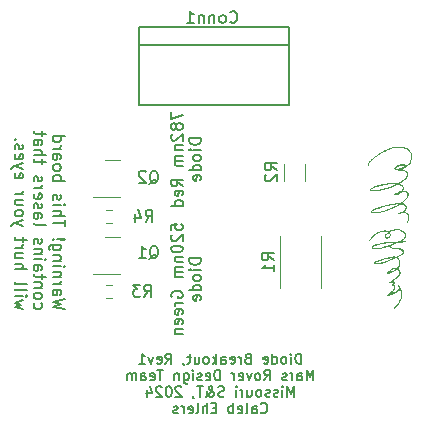
<source format=gbr>
%TF.GenerationSoftware,KiCad,Pcbnew,7.0.7*%
%TF.CreationDate,2023-11-02T23:29:27-05:00*%
%TF.ProjectId,Laser_Diode_Breakout,4c617365-725f-4446-996f-64655f427265,rev?*%
%TF.SameCoordinates,Original*%
%TF.FileFunction,Legend,Bot*%
%TF.FilePolarity,Positive*%
%FSLAX46Y46*%
G04 Gerber Fmt 4.6, Leading zero omitted, Abs format (unit mm)*
G04 Created by KiCad (PCBNEW 7.0.7) date 2023-11-02 23:29:27*
%MOMM*%
%LPD*%
G01*
G04 APERTURE LIST*
%ADD10C,0.152400*%
%ADD11C,0.150000*%
%ADD12C,0.120000*%
G04 APERTURE END LIST*
D10*
X62886780Y-25442334D02*
X62886780Y-26085801D01*
X62886780Y-26085801D02*
X63851980Y-25672144D01*
X63300438Y-26591382D02*
X63254476Y-26499458D01*
X63254476Y-26499458D02*
X63208514Y-26453496D01*
X63208514Y-26453496D02*
X63116590Y-26407534D01*
X63116590Y-26407534D02*
X63070628Y-26407534D01*
X63070628Y-26407534D02*
X62978704Y-26453496D01*
X62978704Y-26453496D02*
X62932742Y-26499458D01*
X62932742Y-26499458D02*
X62886780Y-26591382D01*
X62886780Y-26591382D02*
X62886780Y-26775229D01*
X62886780Y-26775229D02*
X62932742Y-26867153D01*
X62932742Y-26867153D02*
X62978704Y-26913115D01*
X62978704Y-26913115D02*
X63070628Y-26959077D01*
X63070628Y-26959077D02*
X63116590Y-26959077D01*
X63116590Y-26959077D02*
X63208514Y-26913115D01*
X63208514Y-26913115D02*
X63254476Y-26867153D01*
X63254476Y-26867153D02*
X63300438Y-26775229D01*
X63300438Y-26775229D02*
X63300438Y-26591382D01*
X63300438Y-26591382D02*
X63346399Y-26499458D01*
X63346399Y-26499458D02*
X63392361Y-26453496D01*
X63392361Y-26453496D02*
X63484285Y-26407534D01*
X63484285Y-26407534D02*
X63668133Y-26407534D01*
X63668133Y-26407534D02*
X63760057Y-26453496D01*
X63760057Y-26453496D02*
X63806019Y-26499458D01*
X63806019Y-26499458D02*
X63851980Y-26591382D01*
X63851980Y-26591382D02*
X63851980Y-26775229D01*
X63851980Y-26775229D02*
X63806019Y-26867153D01*
X63806019Y-26867153D02*
X63760057Y-26913115D01*
X63760057Y-26913115D02*
X63668133Y-26959077D01*
X63668133Y-26959077D02*
X63484285Y-26959077D01*
X63484285Y-26959077D02*
X63392361Y-26913115D01*
X63392361Y-26913115D02*
X63346399Y-26867153D01*
X63346399Y-26867153D02*
X63300438Y-26775229D01*
X62978704Y-27326772D02*
X62932742Y-27372734D01*
X62932742Y-27372734D02*
X62886780Y-27464658D01*
X62886780Y-27464658D02*
X62886780Y-27694467D01*
X62886780Y-27694467D02*
X62932742Y-27786391D01*
X62932742Y-27786391D02*
X62978704Y-27832353D01*
X62978704Y-27832353D02*
X63070628Y-27878315D01*
X63070628Y-27878315D02*
X63162552Y-27878315D01*
X63162552Y-27878315D02*
X63300438Y-27832353D01*
X63300438Y-27832353D02*
X63851980Y-27280810D01*
X63851980Y-27280810D02*
X63851980Y-27878315D01*
X63208514Y-28291972D02*
X63851980Y-28291972D01*
X63300438Y-28291972D02*
X63254476Y-28337934D01*
X63254476Y-28337934D02*
X63208514Y-28429858D01*
X63208514Y-28429858D02*
X63208514Y-28567743D01*
X63208514Y-28567743D02*
X63254476Y-28659667D01*
X63254476Y-28659667D02*
X63346399Y-28705629D01*
X63346399Y-28705629D02*
X63851980Y-28705629D01*
X63851980Y-29165248D02*
X63208514Y-29165248D01*
X63300438Y-29165248D02*
X63254476Y-29211210D01*
X63254476Y-29211210D02*
X63208514Y-29303134D01*
X63208514Y-29303134D02*
X63208514Y-29441019D01*
X63208514Y-29441019D02*
X63254476Y-29532943D01*
X63254476Y-29532943D02*
X63346399Y-29578905D01*
X63346399Y-29578905D02*
X63851980Y-29578905D01*
X63346399Y-29578905D02*
X63254476Y-29624867D01*
X63254476Y-29624867D02*
X63208514Y-29716791D01*
X63208514Y-29716791D02*
X63208514Y-29854677D01*
X63208514Y-29854677D02*
X63254476Y-29946600D01*
X63254476Y-29946600D02*
X63346399Y-29992562D01*
X63346399Y-29992562D02*
X63851980Y-29992562D01*
X63851980Y-31739114D02*
X63392361Y-31417381D01*
X63851980Y-31187571D02*
X62886780Y-31187571D01*
X62886780Y-31187571D02*
X62886780Y-31555266D01*
X62886780Y-31555266D02*
X62932742Y-31647190D01*
X62932742Y-31647190D02*
X62978704Y-31693152D01*
X62978704Y-31693152D02*
X63070628Y-31739114D01*
X63070628Y-31739114D02*
X63208514Y-31739114D01*
X63208514Y-31739114D02*
X63300438Y-31693152D01*
X63300438Y-31693152D02*
X63346399Y-31647190D01*
X63346399Y-31647190D02*
X63392361Y-31555266D01*
X63392361Y-31555266D02*
X63392361Y-31187571D01*
X63806019Y-32520466D02*
X63851980Y-32428542D01*
X63851980Y-32428542D02*
X63851980Y-32244695D01*
X63851980Y-32244695D02*
X63806019Y-32152771D01*
X63806019Y-32152771D02*
X63714095Y-32106809D01*
X63714095Y-32106809D02*
X63346399Y-32106809D01*
X63346399Y-32106809D02*
X63254476Y-32152771D01*
X63254476Y-32152771D02*
X63208514Y-32244695D01*
X63208514Y-32244695D02*
X63208514Y-32428542D01*
X63208514Y-32428542D02*
X63254476Y-32520466D01*
X63254476Y-32520466D02*
X63346399Y-32566428D01*
X63346399Y-32566428D02*
X63438323Y-32566428D01*
X63438323Y-32566428D02*
X63530247Y-32106809D01*
X63851980Y-33393742D02*
X62886780Y-33393742D01*
X63806019Y-33393742D02*
X63851980Y-33301818D01*
X63851980Y-33301818D02*
X63851980Y-33117971D01*
X63851980Y-33117971D02*
X63806019Y-33026047D01*
X63806019Y-33026047D02*
X63760057Y-32980085D01*
X63760057Y-32980085D02*
X63668133Y-32934123D01*
X63668133Y-32934123D02*
X63392361Y-32934123D01*
X63392361Y-32934123D02*
X63300438Y-32980085D01*
X63300438Y-32980085D02*
X63254476Y-33026047D01*
X63254476Y-33026047D02*
X63208514Y-33117971D01*
X63208514Y-33117971D02*
X63208514Y-33301818D01*
X63208514Y-33301818D02*
X63254476Y-33393742D01*
X65405952Y-27694467D02*
X64440752Y-27694467D01*
X64440752Y-27694467D02*
X64440752Y-27924277D01*
X64440752Y-27924277D02*
X64486714Y-28062162D01*
X64486714Y-28062162D02*
X64578638Y-28154086D01*
X64578638Y-28154086D02*
X64670562Y-28200048D01*
X64670562Y-28200048D02*
X64854410Y-28246010D01*
X64854410Y-28246010D02*
X64992295Y-28246010D01*
X64992295Y-28246010D02*
X65176143Y-28200048D01*
X65176143Y-28200048D02*
X65268067Y-28154086D01*
X65268067Y-28154086D02*
X65359991Y-28062162D01*
X65359991Y-28062162D02*
X65405952Y-27924277D01*
X65405952Y-27924277D02*
X65405952Y-27694467D01*
X65405952Y-28659667D02*
X64762486Y-28659667D01*
X64440752Y-28659667D02*
X64486714Y-28613705D01*
X64486714Y-28613705D02*
X64532676Y-28659667D01*
X64532676Y-28659667D02*
X64486714Y-28705629D01*
X64486714Y-28705629D02*
X64440752Y-28659667D01*
X64440752Y-28659667D02*
X64532676Y-28659667D01*
X65405952Y-29257172D02*
X65359991Y-29165248D01*
X65359991Y-29165248D02*
X65314029Y-29119286D01*
X65314029Y-29119286D02*
X65222105Y-29073324D01*
X65222105Y-29073324D02*
X64946333Y-29073324D01*
X64946333Y-29073324D02*
X64854410Y-29119286D01*
X64854410Y-29119286D02*
X64808448Y-29165248D01*
X64808448Y-29165248D02*
X64762486Y-29257172D01*
X64762486Y-29257172D02*
X64762486Y-29395057D01*
X64762486Y-29395057D02*
X64808448Y-29486981D01*
X64808448Y-29486981D02*
X64854410Y-29532943D01*
X64854410Y-29532943D02*
X64946333Y-29578905D01*
X64946333Y-29578905D02*
X65222105Y-29578905D01*
X65222105Y-29578905D02*
X65314029Y-29532943D01*
X65314029Y-29532943D02*
X65359991Y-29486981D01*
X65359991Y-29486981D02*
X65405952Y-29395057D01*
X65405952Y-29395057D02*
X65405952Y-29257172D01*
X65405952Y-30406219D02*
X64440752Y-30406219D01*
X65359991Y-30406219D02*
X65405952Y-30314295D01*
X65405952Y-30314295D02*
X65405952Y-30130448D01*
X65405952Y-30130448D02*
X65359991Y-30038524D01*
X65359991Y-30038524D02*
X65314029Y-29992562D01*
X65314029Y-29992562D02*
X65222105Y-29946600D01*
X65222105Y-29946600D02*
X64946333Y-29946600D01*
X64946333Y-29946600D02*
X64854410Y-29992562D01*
X64854410Y-29992562D02*
X64808448Y-30038524D01*
X64808448Y-30038524D02*
X64762486Y-30130448D01*
X64762486Y-30130448D02*
X64762486Y-30314295D01*
X64762486Y-30314295D02*
X64808448Y-30406219D01*
X65359991Y-31233533D02*
X65405952Y-31141609D01*
X65405952Y-31141609D02*
X65405952Y-30957762D01*
X65405952Y-30957762D02*
X65359991Y-30865838D01*
X65359991Y-30865838D02*
X65268067Y-30819876D01*
X65268067Y-30819876D02*
X64900371Y-30819876D01*
X64900371Y-30819876D02*
X64808448Y-30865838D01*
X64808448Y-30865838D02*
X64762486Y-30957762D01*
X64762486Y-30957762D02*
X64762486Y-31141609D01*
X64762486Y-31141609D02*
X64808448Y-31233533D01*
X64808448Y-31233533D02*
X64900371Y-31279495D01*
X64900371Y-31279495D02*
X64992295Y-31279495D01*
X64992295Y-31279495D02*
X65084219Y-30819876D01*
X73882551Y-46769199D02*
X73882551Y-45905599D01*
X73882551Y-45905599D02*
X73676932Y-45905599D01*
X73676932Y-45905599D02*
X73553561Y-45946723D01*
X73553561Y-45946723D02*
X73471313Y-46028971D01*
X73471313Y-46028971D02*
X73430190Y-46111218D01*
X73430190Y-46111218D02*
X73389066Y-46275714D01*
X73389066Y-46275714D02*
X73389066Y-46399085D01*
X73389066Y-46399085D02*
X73430190Y-46563580D01*
X73430190Y-46563580D02*
X73471313Y-46645828D01*
X73471313Y-46645828D02*
X73553561Y-46728076D01*
X73553561Y-46728076D02*
X73676932Y-46769199D01*
X73676932Y-46769199D02*
X73882551Y-46769199D01*
X73018951Y-46769199D02*
X73018951Y-46193466D01*
X73018951Y-45905599D02*
X73060075Y-45946723D01*
X73060075Y-45946723D02*
X73018951Y-45987847D01*
X73018951Y-45987847D02*
X72977828Y-45946723D01*
X72977828Y-45946723D02*
X73018951Y-45905599D01*
X73018951Y-45905599D02*
X73018951Y-45987847D01*
X72484342Y-46769199D02*
X72566590Y-46728076D01*
X72566590Y-46728076D02*
X72607713Y-46686952D01*
X72607713Y-46686952D02*
X72648837Y-46604704D01*
X72648837Y-46604704D02*
X72648837Y-46357961D01*
X72648837Y-46357961D02*
X72607713Y-46275714D01*
X72607713Y-46275714D02*
X72566590Y-46234590D01*
X72566590Y-46234590D02*
X72484342Y-46193466D01*
X72484342Y-46193466D02*
X72360971Y-46193466D01*
X72360971Y-46193466D02*
X72278723Y-46234590D01*
X72278723Y-46234590D02*
X72237599Y-46275714D01*
X72237599Y-46275714D02*
X72196475Y-46357961D01*
X72196475Y-46357961D02*
X72196475Y-46604704D01*
X72196475Y-46604704D02*
X72237599Y-46686952D01*
X72237599Y-46686952D02*
X72278723Y-46728076D01*
X72278723Y-46728076D02*
X72360971Y-46769199D01*
X72360971Y-46769199D02*
X72484342Y-46769199D01*
X71456247Y-46769199D02*
X71456247Y-45905599D01*
X71456247Y-46728076D02*
X71538495Y-46769199D01*
X71538495Y-46769199D02*
X71702990Y-46769199D01*
X71702990Y-46769199D02*
X71785238Y-46728076D01*
X71785238Y-46728076D02*
X71826361Y-46686952D01*
X71826361Y-46686952D02*
X71867485Y-46604704D01*
X71867485Y-46604704D02*
X71867485Y-46357961D01*
X71867485Y-46357961D02*
X71826361Y-46275714D01*
X71826361Y-46275714D02*
X71785238Y-46234590D01*
X71785238Y-46234590D02*
X71702990Y-46193466D01*
X71702990Y-46193466D02*
X71538495Y-46193466D01*
X71538495Y-46193466D02*
X71456247Y-46234590D01*
X70716019Y-46728076D02*
X70798267Y-46769199D01*
X70798267Y-46769199D02*
X70962762Y-46769199D01*
X70962762Y-46769199D02*
X71045009Y-46728076D01*
X71045009Y-46728076D02*
X71086133Y-46645828D01*
X71086133Y-46645828D02*
X71086133Y-46316837D01*
X71086133Y-46316837D02*
X71045009Y-46234590D01*
X71045009Y-46234590D02*
X70962762Y-46193466D01*
X70962762Y-46193466D02*
X70798267Y-46193466D01*
X70798267Y-46193466D02*
X70716019Y-46234590D01*
X70716019Y-46234590D02*
X70674895Y-46316837D01*
X70674895Y-46316837D02*
X70674895Y-46399085D01*
X70674895Y-46399085D02*
X71086133Y-46481333D01*
X69358933Y-46316837D02*
X69235561Y-46357961D01*
X69235561Y-46357961D02*
X69194438Y-46399085D01*
X69194438Y-46399085D02*
X69153314Y-46481333D01*
X69153314Y-46481333D02*
X69153314Y-46604704D01*
X69153314Y-46604704D02*
X69194438Y-46686952D01*
X69194438Y-46686952D02*
X69235561Y-46728076D01*
X69235561Y-46728076D02*
X69317809Y-46769199D01*
X69317809Y-46769199D02*
X69646799Y-46769199D01*
X69646799Y-46769199D02*
X69646799Y-45905599D01*
X69646799Y-45905599D02*
X69358933Y-45905599D01*
X69358933Y-45905599D02*
X69276685Y-45946723D01*
X69276685Y-45946723D02*
X69235561Y-45987847D01*
X69235561Y-45987847D02*
X69194438Y-46070095D01*
X69194438Y-46070095D02*
X69194438Y-46152342D01*
X69194438Y-46152342D02*
X69235561Y-46234590D01*
X69235561Y-46234590D02*
X69276685Y-46275714D01*
X69276685Y-46275714D02*
X69358933Y-46316837D01*
X69358933Y-46316837D02*
X69646799Y-46316837D01*
X68783199Y-46769199D02*
X68783199Y-46193466D01*
X68783199Y-46357961D02*
X68742076Y-46275714D01*
X68742076Y-46275714D02*
X68700952Y-46234590D01*
X68700952Y-46234590D02*
X68618704Y-46193466D01*
X68618704Y-46193466D02*
X68536457Y-46193466D01*
X67919599Y-46728076D02*
X68001847Y-46769199D01*
X68001847Y-46769199D02*
X68166342Y-46769199D01*
X68166342Y-46769199D02*
X68248589Y-46728076D01*
X68248589Y-46728076D02*
X68289713Y-46645828D01*
X68289713Y-46645828D02*
X68289713Y-46316837D01*
X68289713Y-46316837D02*
X68248589Y-46234590D01*
X68248589Y-46234590D02*
X68166342Y-46193466D01*
X68166342Y-46193466D02*
X68001847Y-46193466D01*
X68001847Y-46193466D02*
X67919599Y-46234590D01*
X67919599Y-46234590D02*
X67878475Y-46316837D01*
X67878475Y-46316837D02*
X67878475Y-46399085D01*
X67878475Y-46399085D02*
X68289713Y-46481333D01*
X67138246Y-46769199D02*
X67138246Y-46316837D01*
X67138246Y-46316837D02*
X67179370Y-46234590D01*
X67179370Y-46234590D02*
X67261618Y-46193466D01*
X67261618Y-46193466D02*
X67426113Y-46193466D01*
X67426113Y-46193466D02*
X67508360Y-46234590D01*
X67138246Y-46728076D02*
X67220494Y-46769199D01*
X67220494Y-46769199D02*
X67426113Y-46769199D01*
X67426113Y-46769199D02*
X67508360Y-46728076D01*
X67508360Y-46728076D02*
X67549484Y-46645828D01*
X67549484Y-46645828D02*
X67549484Y-46563580D01*
X67549484Y-46563580D02*
X67508360Y-46481333D01*
X67508360Y-46481333D02*
X67426113Y-46440209D01*
X67426113Y-46440209D02*
X67220494Y-46440209D01*
X67220494Y-46440209D02*
X67138246Y-46399085D01*
X66727008Y-46769199D02*
X66727008Y-45905599D01*
X66644761Y-46440209D02*
X66398018Y-46769199D01*
X66398018Y-46193466D02*
X66727008Y-46522456D01*
X65904532Y-46769199D02*
X65986780Y-46728076D01*
X65986780Y-46728076D02*
X66027903Y-46686952D01*
X66027903Y-46686952D02*
X66069027Y-46604704D01*
X66069027Y-46604704D02*
X66069027Y-46357961D01*
X66069027Y-46357961D02*
X66027903Y-46275714D01*
X66027903Y-46275714D02*
X65986780Y-46234590D01*
X65986780Y-46234590D02*
X65904532Y-46193466D01*
X65904532Y-46193466D02*
X65781161Y-46193466D01*
X65781161Y-46193466D02*
X65698913Y-46234590D01*
X65698913Y-46234590D02*
X65657789Y-46275714D01*
X65657789Y-46275714D02*
X65616665Y-46357961D01*
X65616665Y-46357961D02*
X65616665Y-46604704D01*
X65616665Y-46604704D02*
X65657789Y-46686952D01*
X65657789Y-46686952D02*
X65698913Y-46728076D01*
X65698913Y-46728076D02*
X65781161Y-46769199D01*
X65781161Y-46769199D02*
X65904532Y-46769199D01*
X64876437Y-46193466D02*
X64876437Y-46769199D01*
X65246551Y-46193466D02*
X65246551Y-46645828D01*
X65246551Y-46645828D02*
X65205428Y-46728076D01*
X65205428Y-46728076D02*
X65123180Y-46769199D01*
X65123180Y-46769199D02*
X64999809Y-46769199D01*
X64999809Y-46769199D02*
X64917561Y-46728076D01*
X64917561Y-46728076D02*
X64876437Y-46686952D01*
X64588571Y-46193466D02*
X64259580Y-46193466D01*
X64465199Y-45905599D02*
X64465199Y-46645828D01*
X64465199Y-46645828D02*
X64424076Y-46728076D01*
X64424076Y-46728076D02*
X64341828Y-46769199D01*
X64341828Y-46769199D02*
X64259580Y-46769199D01*
X63930590Y-46728076D02*
X63930590Y-46769199D01*
X63930590Y-46769199D02*
X63971713Y-46851447D01*
X63971713Y-46851447D02*
X64012837Y-46892571D01*
X62409009Y-46769199D02*
X62696875Y-46357961D01*
X62902494Y-46769199D02*
X62902494Y-45905599D01*
X62902494Y-45905599D02*
X62573504Y-45905599D01*
X62573504Y-45905599D02*
X62491256Y-45946723D01*
X62491256Y-45946723D02*
X62450133Y-45987847D01*
X62450133Y-45987847D02*
X62409009Y-46070095D01*
X62409009Y-46070095D02*
X62409009Y-46193466D01*
X62409009Y-46193466D02*
X62450133Y-46275714D01*
X62450133Y-46275714D02*
X62491256Y-46316837D01*
X62491256Y-46316837D02*
X62573504Y-46357961D01*
X62573504Y-46357961D02*
X62902494Y-46357961D01*
X61709904Y-46728076D02*
X61792152Y-46769199D01*
X61792152Y-46769199D02*
X61956647Y-46769199D01*
X61956647Y-46769199D02*
X62038894Y-46728076D01*
X62038894Y-46728076D02*
X62080018Y-46645828D01*
X62080018Y-46645828D02*
X62080018Y-46316837D01*
X62080018Y-46316837D02*
X62038894Y-46234590D01*
X62038894Y-46234590D02*
X61956647Y-46193466D01*
X61956647Y-46193466D02*
X61792152Y-46193466D01*
X61792152Y-46193466D02*
X61709904Y-46234590D01*
X61709904Y-46234590D02*
X61668780Y-46316837D01*
X61668780Y-46316837D02*
X61668780Y-46399085D01*
X61668780Y-46399085D02*
X62080018Y-46481333D01*
X61380913Y-46193466D02*
X61175294Y-46769199D01*
X61175294Y-46769199D02*
X60969675Y-46193466D01*
X60188323Y-46769199D02*
X60681808Y-46769199D01*
X60435065Y-46769199D02*
X60435065Y-45905599D01*
X60435065Y-45905599D02*
X60517313Y-46028971D01*
X60517313Y-46028971D02*
X60599561Y-46111218D01*
X60599561Y-46111218D02*
X60681808Y-46152342D01*
X74931209Y-48159595D02*
X74931209Y-47295995D01*
X74931209Y-47295995D02*
X74643343Y-47912852D01*
X74643343Y-47912852D02*
X74355476Y-47295995D01*
X74355476Y-47295995D02*
X74355476Y-48159595D01*
X73574124Y-48159595D02*
X73574124Y-47707233D01*
X73574124Y-47707233D02*
X73615248Y-47624986D01*
X73615248Y-47624986D02*
X73697496Y-47583862D01*
X73697496Y-47583862D02*
X73861991Y-47583862D01*
X73861991Y-47583862D02*
X73944238Y-47624986D01*
X73574124Y-48118472D02*
X73656372Y-48159595D01*
X73656372Y-48159595D02*
X73861991Y-48159595D01*
X73861991Y-48159595D02*
X73944238Y-48118472D01*
X73944238Y-48118472D02*
X73985362Y-48036224D01*
X73985362Y-48036224D02*
X73985362Y-47953976D01*
X73985362Y-47953976D02*
X73944238Y-47871729D01*
X73944238Y-47871729D02*
X73861991Y-47830605D01*
X73861991Y-47830605D02*
X73656372Y-47830605D01*
X73656372Y-47830605D02*
X73574124Y-47789481D01*
X73162886Y-48159595D02*
X73162886Y-47583862D01*
X73162886Y-47748357D02*
X73121763Y-47666110D01*
X73121763Y-47666110D02*
X73080639Y-47624986D01*
X73080639Y-47624986D02*
X72998391Y-47583862D01*
X72998391Y-47583862D02*
X72916144Y-47583862D01*
X72669400Y-48118472D02*
X72587153Y-48159595D01*
X72587153Y-48159595D02*
X72422657Y-48159595D01*
X72422657Y-48159595D02*
X72340410Y-48118472D01*
X72340410Y-48118472D02*
X72299286Y-48036224D01*
X72299286Y-48036224D02*
X72299286Y-47995100D01*
X72299286Y-47995100D02*
X72340410Y-47912852D01*
X72340410Y-47912852D02*
X72422657Y-47871729D01*
X72422657Y-47871729D02*
X72546029Y-47871729D01*
X72546029Y-47871729D02*
X72628276Y-47830605D01*
X72628276Y-47830605D02*
X72669400Y-47748357D01*
X72669400Y-47748357D02*
X72669400Y-47707233D01*
X72669400Y-47707233D02*
X72628276Y-47624986D01*
X72628276Y-47624986D02*
X72546029Y-47583862D01*
X72546029Y-47583862D02*
X72422657Y-47583862D01*
X72422657Y-47583862D02*
X72340410Y-47624986D01*
X70777705Y-48159595D02*
X71065571Y-47748357D01*
X71271190Y-48159595D02*
X71271190Y-47295995D01*
X71271190Y-47295995D02*
X70942200Y-47295995D01*
X70942200Y-47295995D02*
X70859952Y-47337119D01*
X70859952Y-47337119D02*
X70818829Y-47378243D01*
X70818829Y-47378243D02*
X70777705Y-47460491D01*
X70777705Y-47460491D02*
X70777705Y-47583862D01*
X70777705Y-47583862D02*
X70818829Y-47666110D01*
X70818829Y-47666110D02*
X70859952Y-47707233D01*
X70859952Y-47707233D02*
X70942200Y-47748357D01*
X70942200Y-47748357D02*
X71271190Y-47748357D01*
X70284219Y-48159595D02*
X70366467Y-48118472D01*
X70366467Y-48118472D02*
X70407590Y-48077348D01*
X70407590Y-48077348D02*
X70448714Y-47995100D01*
X70448714Y-47995100D02*
X70448714Y-47748357D01*
X70448714Y-47748357D02*
X70407590Y-47666110D01*
X70407590Y-47666110D02*
X70366467Y-47624986D01*
X70366467Y-47624986D02*
X70284219Y-47583862D01*
X70284219Y-47583862D02*
X70160848Y-47583862D01*
X70160848Y-47583862D02*
X70078600Y-47624986D01*
X70078600Y-47624986D02*
X70037476Y-47666110D01*
X70037476Y-47666110D02*
X69996352Y-47748357D01*
X69996352Y-47748357D02*
X69996352Y-47995100D01*
X69996352Y-47995100D02*
X70037476Y-48077348D01*
X70037476Y-48077348D02*
X70078600Y-48118472D01*
X70078600Y-48118472D02*
X70160848Y-48159595D01*
X70160848Y-48159595D02*
X70284219Y-48159595D01*
X69708486Y-47583862D02*
X69502867Y-48159595D01*
X69502867Y-48159595D02*
X69297248Y-47583862D01*
X68639267Y-48118472D02*
X68721515Y-48159595D01*
X68721515Y-48159595D02*
X68886010Y-48159595D01*
X68886010Y-48159595D02*
X68968257Y-48118472D01*
X68968257Y-48118472D02*
X69009381Y-48036224D01*
X69009381Y-48036224D02*
X69009381Y-47707233D01*
X69009381Y-47707233D02*
X68968257Y-47624986D01*
X68968257Y-47624986D02*
X68886010Y-47583862D01*
X68886010Y-47583862D02*
X68721515Y-47583862D01*
X68721515Y-47583862D02*
X68639267Y-47624986D01*
X68639267Y-47624986D02*
X68598143Y-47707233D01*
X68598143Y-47707233D02*
X68598143Y-47789481D01*
X68598143Y-47789481D02*
X69009381Y-47871729D01*
X68228028Y-48159595D02*
X68228028Y-47583862D01*
X68228028Y-47748357D02*
X68186905Y-47666110D01*
X68186905Y-47666110D02*
X68145781Y-47624986D01*
X68145781Y-47624986D02*
X68063533Y-47583862D01*
X68063533Y-47583862D02*
X67981286Y-47583862D01*
X67035437Y-48159595D02*
X67035437Y-47295995D01*
X67035437Y-47295995D02*
X66829818Y-47295995D01*
X66829818Y-47295995D02*
X66706447Y-47337119D01*
X66706447Y-47337119D02*
X66624199Y-47419367D01*
X66624199Y-47419367D02*
X66583076Y-47501614D01*
X66583076Y-47501614D02*
X66541952Y-47666110D01*
X66541952Y-47666110D02*
X66541952Y-47789481D01*
X66541952Y-47789481D02*
X66583076Y-47953976D01*
X66583076Y-47953976D02*
X66624199Y-48036224D01*
X66624199Y-48036224D02*
X66706447Y-48118472D01*
X66706447Y-48118472D02*
X66829818Y-48159595D01*
X66829818Y-48159595D02*
X67035437Y-48159595D01*
X65842847Y-48118472D02*
X65925095Y-48159595D01*
X65925095Y-48159595D02*
X66089590Y-48159595D01*
X66089590Y-48159595D02*
X66171837Y-48118472D01*
X66171837Y-48118472D02*
X66212961Y-48036224D01*
X66212961Y-48036224D02*
X66212961Y-47707233D01*
X66212961Y-47707233D02*
X66171837Y-47624986D01*
X66171837Y-47624986D02*
X66089590Y-47583862D01*
X66089590Y-47583862D02*
X65925095Y-47583862D01*
X65925095Y-47583862D02*
X65842847Y-47624986D01*
X65842847Y-47624986D02*
X65801723Y-47707233D01*
X65801723Y-47707233D02*
X65801723Y-47789481D01*
X65801723Y-47789481D02*
X66212961Y-47871729D01*
X65472732Y-48118472D02*
X65390485Y-48159595D01*
X65390485Y-48159595D02*
X65225989Y-48159595D01*
X65225989Y-48159595D02*
X65143742Y-48118472D01*
X65143742Y-48118472D02*
X65102618Y-48036224D01*
X65102618Y-48036224D02*
X65102618Y-47995100D01*
X65102618Y-47995100D02*
X65143742Y-47912852D01*
X65143742Y-47912852D02*
X65225989Y-47871729D01*
X65225989Y-47871729D02*
X65349361Y-47871729D01*
X65349361Y-47871729D02*
X65431608Y-47830605D01*
X65431608Y-47830605D02*
X65472732Y-47748357D01*
X65472732Y-47748357D02*
X65472732Y-47707233D01*
X65472732Y-47707233D02*
X65431608Y-47624986D01*
X65431608Y-47624986D02*
X65349361Y-47583862D01*
X65349361Y-47583862D02*
X65225989Y-47583862D01*
X65225989Y-47583862D02*
X65143742Y-47624986D01*
X64732503Y-48159595D02*
X64732503Y-47583862D01*
X64732503Y-47295995D02*
X64773627Y-47337119D01*
X64773627Y-47337119D02*
X64732503Y-47378243D01*
X64732503Y-47378243D02*
X64691380Y-47337119D01*
X64691380Y-47337119D02*
X64732503Y-47295995D01*
X64732503Y-47295995D02*
X64732503Y-47378243D01*
X63951151Y-47583862D02*
X63951151Y-48282967D01*
X63951151Y-48282967D02*
X63992275Y-48365214D01*
X63992275Y-48365214D02*
X64033399Y-48406338D01*
X64033399Y-48406338D02*
X64115646Y-48447462D01*
X64115646Y-48447462D02*
X64239018Y-48447462D01*
X64239018Y-48447462D02*
X64321265Y-48406338D01*
X63951151Y-48118472D02*
X64033399Y-48159595D01*
X64033399Y-48159595D02*
X64197894Y-48159595D01*
X64197894Y-48159595D02*
X64280142Y-48118472D01*
X64280142Y-48118472D02*
X64321265Y-48077348D01*
X64321265Y-48077348D02*
X64362389Y-47995100D01*
X64362389Y-47995100D02*
X64362389Y-47748357D01*
X64362389Y-47748357D02*
X64321265Y-47666110D01*
X64321265Y-47666110D02*
X64280142Y-47624986D01*
X64280142Y-47624986D02*
X64197894Y-47583862D01*
X64197894Y-47583862D02*
X64033399Y-47583862D01*
X64033399Y-47583862D02*
X63951151Y-47624986D01*
X63539913Y-47583862D02*
X63539913Y-48159595D01*
X63539913Y-47666110D02*
X63498790Y-47624986D01*
X63498790Y-47624986D02*
X63416542Y-47583862D01*
X63416542Y-47583862D02*
X63293171Y-47583862D01*
X63293171Y-47583862D02*
X63210923Y-47624986D01*
X63210923Y-47624986D02*
X63169799Y-47707233D01*
X63169799Y-47707233D02*
X63169799Y-48159595D01*
X62223952Y-47295995D02*
X61730466Y-47295995D01*
X61977209Y-48159595D02*
X61977209Y-47295995D01*
X61113609Y-48118472D02*
X61195857Y-48159595D01*
X61195857Y-48159595D02*
X61360352Y-48159595D01*
X61360352Y-48159595D02*
X61442599Y-48118472D01*
X61442599Y-48118472D02*
X61483723Y-48036224D01*
X61483723Y-48036224D02*
X61483723Y-47707233D01*
X61483723Y-47707233D02*
X61442599Y-47624986D01*
X61442599Y-47624986D02*
X61360352Y-47583862D01*
X61360352Y-47583862D02*
X61195857Y-47583862D01*
X61195857Y-47583862D02*
X61113609Y-47624986D01*
X61113609Y-47624986D02*
X61072485Y-47707233D01*
X61072485Y-47707233D02*
X61072485Y-47789481D01*
X61072485Y-47789481D02*
X61483723Y-47871729D01*
X60332256Y-48159595D02*
X60332256Y-47707233D01*
X60332256Y-47707233D02*
X60373380Y-47624986D01*
X60373380Y-47624986D02*
X60455628Y-47583862D01*
X60455628Y-47583862D02*
X60620123Y-47583862D01*
X60620123Y-47583862D02*
X60702370Y-47624986D01*
X60332256Y-48118472D02*
X60414504Y-48159595D01*
X60414504Y-48159595D02*
X60620123Y-48159595D01*
X60620123Y-48159595D02*
X60702370Y-48118472D01*
X60702370Y-48118472D02*
X60743494Y-48036224D01*
X60743494Y-48036224D02*
X60743494Y-47953976D01*
X60743494Y-47953976D02*
X60702370Y-47871729D01*
X60702370Y-47871729D02*
X60620123Y-47830605D01*
X60620123Y-47830605D02*
X60414504Y-47830605D01*
X60414504Y-47830605D02*
X60332256Y-47789481D01*
X59921018Y-48159595D02*
X59921018Y-47583862D01*
X59921018Y-47666110D02*
X59879895Y-47624986D01*
X59879895Y-47624986D02*
X59797647Y-47583862D01*
X59797647Y-47583862D02*
X59674276Y-47583862D01*
X59674276Y-47583862D02*
X59592028Y-47624986D01*
X59592028Y-47624986D02*
X59550904Y-47707233D01*
X59550904Y-47707233D02*
X59550904Y-48159595D01*
X59550904Y-47707233D02*
X59509780Y-47624986D01*
X59509780Y-47624986D02*
X59427533Y-47583862D01*
X59427533Y-47583862D02*
X59304161Y-47583862D01*
X59304161Y-47583862D02*
X59221914Y-47624986D01*
X59221914Y-47624986D02*
X59180790Y-47707233D01*
X59180790Y-47707233D02*
X59180790Y-48159595D01*
X73286255Y-49549991D02*
X73286255Y-48686391D01*
X73286255Y-48686391D02*
X72998389Y-49303248D01*
X72998389Y-49303248D02*
X72710522Y-48686391D01*
X72710522Y-48686391D02*
X72710522Y-49549991D01*
X72299284Y-49549991D02*
X72299284Y-48974258D01*
X72299284Y-48686391D02*
X72340408Y-48727515D01*
X72340408Y-48727515D02*
X72299284Y-48768639D01*
X72299284Y-48768639D02*
X72258161Y-48727515D01*
X72258161Y-48727515D02*
X72299284Y-48686391D01*
X72299284Y-48686391D02*
X72299284Y-48768639D01*
X71929170Y-49508868D02*
X71846923Y-49549991D01*
X71846923Y-49549991D02*
X71682427Y-49549991D01*
X71682427Y-49549991D02*
X71600180Y-49508868D01*
X71600180Y-49508868D02*
X71559056Y-49426620D01*
X71559056Y-49426620D02*
X71559056Y-49385496D01*
X71559056Y-49385496D02*
X71600180Y-49303248D01*
X71600180Y-49303248D02*
X71682427Y-49262125D01*
X71682427Y-49262125D02*
X71805799Y-49262125D01*
X71805799Y-49262125D02*
X71888046Y-49221001D01*
X71888046Y-49221001D02*
X71929170Y-49138753D01*
X71929170Y-49138753D02*
X71929170Y-49097629D01*
X71929170Y-49097629D02*
X71888046Y-49015382D01*
X71888046Y-49015382D02*
X71805799Y-48974258D01*
X71805799Y-48974258D02*
X71682427Y-48974258D01*
X71682427Y-48974258D02*
X71600180Y-49015382D01*
X71230065Y-49508868D02*
X71147818Y-49549991D01*
X71147818Y-49549991D02*
X70983322Y-49549991D01*
X70983322Y-49549991D02*
X70901075Y-49508868D01*
X70901075Y-49508868D02*
X70859951Y-49426620D01*
X70859951Y-49426620D02*
X70859951Y-49385496D01*
X70859951Y-49385496D02*
X70901075Y-49303248D01*
X70901075Y-49303248D02*
X70983322Y-49262125D01*
X70983322Y-49262125D02*
X71106694Y-49262125D01*
X71106694Y-49262125D02*
X71188941Y-49221001D01*
X71188941Y-49221001D02*
X71230065Y-49138753D01*
X71230065Y-49138753D02*
X71230065Y-49097629D01*
X71230065Y-49097629D02*
X71188941Y-49015382D01*
X71188941Y-49015382D02*
X71106694Y-48974258D01*
X71106694Y-48974258D02*
X70983322Y-48974258D01*
X70983322Y-48974258D02*
X70901075Y-49015382D01*
X70366465Y-49549991D02*
X70448713Y-49508868D01*
X70448713Y-49508868D02*
X70489836Y-49467744D01*
X70489836Y-49467744D02*
X70530960Y-49385496D01*
X70530960Y-49385496D02*
X70530960Y-49138753D01*
X70530960Y-49138753D02*
X70489836Y-49056506D01*
X70489836Y-49056506D02*
X70448713Y-49015382D01*
X70448713Y-49015382D02*
X70366465Y-48974258D01*
X70366465Y-48974258D02*
X70243094Y-48974258D01*
X70243094Y-48974258D02*
X70160846Y-49015382D01*
X70160846Y-49015382D02*
X70119722Y-49056506D01*
X70119722Y-49056506D02*
X70078598Y-49138753D01*
X70078598Y-49138753D02*
X70078598Y-49385496D01*
X70078598Y-49385496D02*
X70119722Y-49467744D01*
X70119722Y-49467744D02*
X70160846Y-49508868D01*
X70160846Y-49508868D02*
X70243094Y-49549991D01*
X70243094Y-49549991D02*
X70366465Y-49549991D01*
X69338370Y-48974258D02*
X69338370Y-49549991D01*
X69708484Y-48974258D02*
X69708484Y-49426620D01*
X69708484Y-49426620D02*
X69667361Y-49508868D01*
X69667361Y-49508868D02*
X69585113Y-49549991D01*
X69585113Y-49549991D02*
X69461742Y-49549991D01*
X69461742Y-49549991D02*
X69379494Y-49508868D01*
X69379494Y-49508868D02*
X69338370Y-49467744D01*
X68927132Y-49549991D02*
X68927132Y-48974258D01*
X68927132Y-49138753D02*
X68886009Y-49056506D01*
X68886009Y-49056506D02*
X68844885Y-49015382D01*
X68844885Y-49015382D02*
X68762637Y-48974258D01*
X68762637Y-48974258D02*
X68680390Y-48974258D01*
X68392522Y-49549991D02*
X68392522Y-48974258D01*
X68392522Y-48686391D02*
X68433646Y-48727515D01*
X68433646Y-48727515D02*
X68392522Y-48768639D01*
X68392522Y-48768639D02*
X68351399Y-48727515D01*
X68351399Y-48727515D02*
X68392522Y-48686391D01*
X68392522Y-48686391D02*
X68392522Y-48768639D01*
X67364427Y-49508868D02*
X67241056Y-49549991D01*
X67241056Y-49549991D02*
X67035437Y-49549991D01*
X67035437Y-49549991D02*
X66953189Y-49508868D01*
X66953189Y-49508868D02*
X66912065Y-49467744D01*
X66912065Y-49467744D02*
X66870942Y-49385496D01*
X66870942Y-49385496D02*
X66870942Y-49303248D01*
X66870942Y-49303248D02*
X66912065Y-49221001D01*
X66912065Y-49221001D02*
X66953189Y-49179877D01*
X66953189Y-49179877D02*
X67035437Y-49138753D01*
X67035437Y-49138753D02*
X67199932Y-49097629D01*
X67199932Y-49097629D02*
X67282180Y-49056506D01*
X67282180Y-49056506D02*
X67323303Y-49015382D01*
X67323303Y-49015382D02*
X67364427Y-48933134D01*
X67364427Y-48933134D02*
X67364427Y-48850887D01*
X67364427Y-48850887D02*
X67323303Y-48768639D01*
X67323303Y-48768639D02*
X67282180Y-48727515D01*
X67282180Y-48727515D02*
X67199932Y-48686391D01*
X67199932Y-48686391D02*
X66994313Y-48686391D01*
X66994313Y-48686391D02*
X66870942Y-48727515D01*
X65801723Y-49549991D02*
X65842847Y-49549991D01*
X65842847Y-49549991D02*
X65925094Y-49508868D01*
X65925094Y-49508868D02*
X66048466Y-49385496D01*
X66048466Y-49385496D02*
X66254085Y-49138753D01*
X66254085Y-49138753D02*
X66336332Y-49015382D01*
X66336332Y-49015382D02*
X66377456Y-48892010D01*
X66377456Y-48892010D02*
X66377456Y-48809763D01*
X66377456Y-48809763D02*
X66336332Y-48727515D01*
X66336332Y-48727515D02*
X66254085Y-48686391D01*
X66254085Y-48686391D02*
X66212961Y-48686391D01*
X66212961Y-48686391D02*
X66130713Y-48727515D01*
X66130713Y-48727515D02*
X66089589Y-48809763D01*
X66089589Y-48809763D02*
X66089589Y-48850887D01*
X66089589Y-48850887D02*
X66130713Y-48933134D01*
X66130713Y-48933134D02*
X66171837Y-48974258D01*
X66171837Y-48974258D02*
X66418580Y-49138753D01*
X66418580Y-49138753D02*
X66459704Y-49179877D01*
X66459704Y-49179877D02*
X66500827Y-49262125D01*
X66500827Y-49262125D02*
X66500827Y-49385496D01*
X66500827Y-49385496D02*
X66459704Y-49467744D01*
X66459704Y-49467744D02*
X66418580Y-49508868D01*
X66418580Y-49508868D02*
X66336332Y-49549991D01*
X66336332Y-49549991D02*
X66212961Y-49549991D01*
X66212961Y-49549991D02*
X66130713Y-49508868D01*
X66130713Y-49508868D02*
X66089589Y-49467744D01*
X66089589Y-49467744D02*
X65966218Y-49303248D01*
X65966218Y-49303248D02*
X65925094Y-49179877D01*
X65925094Y-49179877D02*
X65925094Y-49097629D01*
X65554980Y-48686391D02*
X65061494Y-48686391D01*
X65308237Y-49549991D02*
X65308237Y-48686391D01*
X64732504Y-49508868D02*
X64732504Y-49549991D01*
X64732504Y-49549991D02*
X64773627Y-49632239D01*
X64773627Y-49632239D02*
X64814751Y-49673363D01*
X63745532Y-48768639D02*
X63704408Y-48727515D01*
X63704408Y-48727515D02*
X63622161Y-48686391D01*
X63622161Y-48686391D02*
X63416542Y-48686391D01*
X63416542Y-48686391D02*
X63334294Y-48727515D01*
X63334294Y-48727515D02*
X63293170Y-48768639D01*
X63293170Y-48768639D02*
X63252047Y-48850887D01*
X63252047Y-48850887D02*
X63252047Y-48933134D01*
X63252047Y-48933134D02*
X63293170Y-49056506D01*
X63293170Y-49056506D02*
X63786656Y-49549991D01*
X63786656Y-49549991D02*
X63252047Y-49549991D01*
X62717437Y-48686391D02*
X62635190Y-48686391D01*
X62635190Y-48686391D02*
X62552942Y-48727515D01*
X62552942Y-48727515D02*
X62511818Y-48768639D01*
X62511818Y-48768639D02*
X62470694Y-48850887D01*
X62470694Y-48850887D02*
X62429571Y-49015382D01*
X62429571Y-49015382D02*
X62429571Y-49221001D01*
X62429571Y-49221001D02*
X62470694Y-49385496D01*
X62470694Y-49385496D02*
X62511818Y-49467744D01*
X62511818Y-49467744D02*
X62552942Y-49508868D01*
X62552942Y-49508868D02*
X62635190Y-49549991D01*
X62635190Y-49549991D02*
X62717437Y-49549991D01*
X62717437Y-49549991D02*
X62799685Y-49508868D01*
X62799685Y-49508868D02*
X62840809Y-49467744D01*
X62840809Y-49467744D02*
X62881932Y-49385496D01*
X62881932Y-49385496D02*
X62923056Y-49221001D01*
X62923056Y-49221001D02*
X62923056Y-49015382D01*
X62923056Y-49015382D02*
X62881932Y-48850887D01*
X62881932Y-48850887D02*
X62840809Y-48768639D01*
X62840809Y-48768639D02*
X62799685Y-48727515D01*
X62799685Y-48727515D02*
X62717437Y-48686391D01*
X62100580Y-48768639D02*
X62059456Y-48727515D01*
X62059456Y-48727515D02*
X61977209Y-48686391D01*
X61977209Y-48686391D02*
X61771590Y-48686391D01*
X61771590Y-48686391D02*
X61689342Y-48727515D01*
X61689342Y-48727515D02*
X61648218Y-48768639D01*
X61648218Y-48768639D02*
X61607095Y-48850887D01*
X61607095Y-48850887D02*
X61607095Y-48933134D01*
X61607095Y-48933134D02*
X61648218Y-49056506D01*
X61648218Y-49056506D02*
X62141704Y-49549991D01*
X62141704Y-49549991D02*
X61607095Y-49549991D01*
X60866866Y-48974258D02*
X60866866Y-49549991D01*
X61072485Y-48645268D02*
X61278104Y-49262125D01*
X61278104Y-49262125D02*
X60743495Y-49262125D01*
X70489838Y-50858140D02*
X70530962Y-50899264D01*
X70530962Y-50899264D02*
X70654333Y-50940387D01*
X70654333Y-50940387D02*
X70736581Y-50940387D01*
X70736581Y-50940387D02*
X70859952Y-50899264D01*
X70859952Y-50899264D02*
X70942200Y-50817016D01*
X70942200Y-50817016D02*
X70983323Y-50734768D01*
X70983323Y-50734768D02*
X71024447Y-50570273D01*
X71024447Y-50570273D02*
X71024447Y-50446902D01*
X71024447Y-50446902D02*
X70983323Y-50282406D01*
X70983323Y-50282406D02*
X70942200Y-50200159D01*
X70942200Y-50200159D02*
X70859952Y-50117911D01*
X70859952Y-50117911D02*
X70736581Y-50076787D01*
X70736581Y-50076787D02*
X70654333Y-50076787D01*
X70654333Y-50076787D02*
X70530962Y-50117911D01*
X70530962Y-50117911D02*
X70489838Y-50159035D01*
X69749609Y-50940387D02*
X69749609Y-50488025D01*
X69749609Y-50488025D02*
X69790733Y-50405778D01*
X69790733Y-50405778D02*
X69872981Y-50364654D01*
X69872981Y-50364654D02*
X70037476Y-50364654D01*
X70037476Y-50364654D02*
X70119723Y-50405778D01*
X69749609Y-50899264D02*
X69831857Y-50940387D01*
X69831857Y-50940387D02*
X70037476Y-50940387D01*
X70037476Y-50940387D02*
X70119723Y-50899264D01*
X70119723Y-50899264D02*
X70160847Y-50817016D01*
X70160847Y-50817016D02*
X70160847Y-50734768D01*
X70160847Y-50734768D02*
X70119723Y-50652521D01*
X70119723Y-50652521D02*
X70037476Y-50611397D01*
X70037476Y-50611397D02*
X69831857Y-50611397D01*
X69831857Y-50611397D02*
X69749609Y-50570273D01*
X69215000Y-50940387D02*
X69297248Y-50899264D01*
X69297248Y-50899264D02*
X69338371Y-50817016D01*
X69338371Y-50817016D02*
X69338371Y-50076787D01*
X68557019Y-50899264D02*
X68639267Y-50940387D01*
X68639267Y-50940387D02*
X68803762Y-50940387D01*
X68803762Y-50940387D02*
X68886009Y-50899264D01*
X68886009Y-50899264D02*
X68927133Y-50817016D01*
X68927133Y-50817016D02*
X68927133Y-50488025D01*
X68927133Y-50488025D02*
X68886009Y-50405778D01*
X68886009Y-50405778D02*
X68803762Y-50364654D01*
X68803762Y-50364654D02*
X68639267Y-50364654D01*
X68639267Y-50364654D02*
X68557019Y-50405778D01*
X68557019Y-50405778D02*
X68515895Y-50488025D01*
X68515895Y-50488025D02*
X68515895Y-50570273D01*
X68515895Y-50570273D02*
X68927133Y-50652521D01*
X68145780Y-50940387D02*
X68145780Y-50076787D01*
X68145780Y-50405778D02*
X68063533Y-50364654D01*
X68063533Y-50364654D02*
X67899038Y-50364654D01*
X67899038Y-50364654D02*
X67816790Y-50405778D01*
X67816790Y-50405778D02*
X67775666Y-50446902D01*
X67775666Y-50446902D02*
X67734542Y-50529149D01*
X67734542Y-50529149D02*
X67734542Y-50775892D01*
X67734542Y-50775892D02*
X67775666Y-50858140D01*
X67775666Y-50858140D02*
X67816790Y-50899264D01*
X67816790Y-50899264D02*
X67899038Y-50940387D01*
X67899038Y-50940387D02*
X68063533Y-50940387D01*
X68063533Y-50940387D02*
X68145780Y-50899264D01*
X66706447Y-50488025D02*
X66418581Y-50488025D01*
X66295209Y-50940387D02*
X66706447Y-50940387D01*
X66706447Y-50940387D02*
X66706447Y-50076787D01*
X66706447Y-50076787D02*
X66295209Y-50076787D01*
X65925095Y-50940387D02*
X65925095Y-50076787D01*
X65554981Y-50940387D02*
X65554981Y-50488025D01*
X65554981Y-50488025D02*
X65596105Y-50405778D01*
X65596105Y-50405778D02*
X65678353Y-50364654D01*
X65678353Y-50364654D02*
X65801724Y-50364654D01*
X65801724Y-50364654D02*
X65883972Y-50405778D01*
X65883972Y-50405778D02*
X65925095Y-50446902D01*
X65020372Y-50940387D02*
X65102620Y-50899264D01*
X65102620Y-50899264D02*
X65143743Y-50817016D01*
X65143743Y-50817016D02*
X65143743Y-50076787D01*
X64362391Y-50899264D02*
X64444639Y-50940387D01*
X64444639Y-50940387D02*
X64609134Y-50940387D01*
X64609134Y-50940387D02*
X64691381Y-50899264D01*
X64691381Y-50899264D02*
X64732505Y-50817016D01*
X64732505Y-50817016D02*
X64732505Y-50488025D01*
X64732505Y-50488025D02*
X64691381Y-50405778D01*
X64691381Y-50405778D02*
X64609134Y-50364654D01*
X64609134Y-50364654D02*
X64444639Y-50364654D01*
X64444639Y-50364654D02*
X64362391Y-50405778D01*
X64362391Y-50405778D02*
X64321267Y-50488025D01*
X64321267Y-50488025D02*
X64321267Y-50570273D01*
X64321267Y-50570273D02*
X64732505Y-50652521D01*
X63951152Y-50940387D02*
X63951152Y-50364654D01*
X63951152Y-50529149D02*
X63910029Y-50446902D01*
X63910029Y-50446902D02*
X63868905Y-50405778D01*
X63868905Y-50405778D02*
X63786657Y-50364654D01*
X63786657Y-50364654D02*
X63704410Y-50364654D01*
X63457666Y-50899264D02*
X63375419Y-50940387D01*
X63375419Y-50940387D02*
X63210923Y-50940387D01*
X63210923Y-50940387D02*
X63128676Y-50899264D01*
X63128676Y-50899264D02*
X63087552Y-50817016D01*
X63087552Y-50817016D02*
X63087552Y-50775892D01*
X63087552Y-50775892D02*
X63128676Y-50693644D01*
X63128676Y-50693644D02*
X63210923Y-50652521D01*
X63210923Y-50652521D02*
X63334295Y-50652521D01*
X63334295Y-50652521D02*
X63416542Y-50611397D01*
X63416542Y-50611397D02*
X63457666Y-50529149D01*
X63457666Y-50529149D02*
X63457666Y-50488025D01*
X63457666Y-50488025D02*
X63416542Y-50405778D01*
X63416542Y-50405778D02*
X63334295Y-50364654D01*
X63334295Y-50364654D02*
X63210923Y-50364654D01*
X63210923Y-50364654D02*
X63128676Y-50405778D01*
D11*
X53880180Y-42176458D02*
X52880180Y-41938363D01*
X52880180Y-41938363D02*
X53594466Y-41747887D01*
X53594466Y-41747887D02*
X52880180Y-41557411D01*
X52880180Y-41557411D02*
X53880180Y-41319316D01*
X52880180Y-40509792D02*
X53403990Y-40509792D01*
X53403990Y-40509792D02*
X53499228Y-40557411D01*
X53499228Y-40557411D02*
X53546847Y-40652649D01*
X53546847Y-40652649D02*
X53546847Y-40843125D01*
X53546847Y-40843125D02*
X53499228Y-40938363D01*
X52927800Y-40509792D02*
X52880180Y-40605030D01*
X52880180Y-40605030D02*
X52880180Y-40843125D01*
X52880180Y-40843125D02*
X52927800Y-40938363D01*
X52927800Y-40938363D02*
X53023038Y-40985982D01*
X53023038Y-40985982D02*
X53118276Y-40985982D01*
X53118276Y-40985982D02*
X53213514Y-40938363D01*
X53213514Y-40938363D02*
X53261133Y-40843125D01*
X53261133Y-40843125D02*
X53261133Y-40605030D01*
X53261133Y-40605030D02*
X53308752Y-40509792D01*
X52880180Y-40033601D02*
X53546847Y-40033601D01*
X53356371Y-40033601D02*
X53451609Y-39985982D01*
X53451609Y-39985982D02*
X53499228Y-39938363D01*
X53499228Y-39938363D02*
X53546847Y-39843125D01*
X53546847Y-39843125D02*
X53546847Y-39747887D01*
X53546847Y-39414553D02*
X52880180Y-39414553D01*
X53451609Y-39414553D02*
X53499228Y-39366934D01*
X53499228Y-39366934D02*
X53546847Y-39271696D01*
X53546847Y-39271696D02*
X53546847Y-39128839D01*
X53546847Y-39128839D02*
X53499228Y-39033601D01*
X53499228Y-39033601D02*
X53403990Y-38985982D01*
X53403990Y-38985982D02*
X52880180Y-38985982D01*
X52880180Y-38509791D02*
X53546847Y-38509791D01*
X53880180Y-38509791D02*
X53832561Y-38557410D01*
X53832561Y-38557410D02*
X53784942Y-38509791D01*
X53784942Y-38509791D02*
X53832561Y-38462172D01*
X53832561Y-38462172D02*
X53880180Y-38509791D01*
X53880180Y-38509791D02*
X53784942Y-38509791D01*
X53546847Y-38033601D02*
X52880180Y-38033601D01*
X53451609Y-38033601D02*
X53499228Y-37985982D01*
X53499228Y-37985982D02*
X53546847Y-37890744D01*
X53546847Y-37890744D02*
X53546847Y-37747887D01*
X53546847Y-37747887D02*
X53499228Y-37652649D01*
X53499228Y-37652649D02*
X53403990Y-37605030D01*
X53403990Y-37605030D02*
X52880180Y-37605030D01*
X53546847Y-36700268D02*
X52737323Y-36700268D01*
X52737323Y-36700268D02*
X52642085Y-36747887D01*
X52642085Y-36747887D02*
X52594466Y-36795506D01*
X52594466Y-36795506D02*
X52546847Y-36890744D01*
X52546847Y-36890744D02*
X52546847Y-37033601D01*
X52546847Y-37033601D02*
X52594466Y-37128839D01*
X52927800Y-36700268D02*
X52880180Y-36795506D01*
X52880180Y-36795506D02*
X52880180Y-36985982D01*
X52880180Y-36985982D02*
X52927800Y-37081220D01*
X52927800Y-37081220D02*
X52975419Y-37128839D01*
X52975419Y-37128839D02*
X53070657Y-37176458D01*
X53070657Y-37176458D02*
X53356371Y-37176458D01*
X53356371Y-37176458D02*
X53451609Y-37128839D01*
X53451609Y-37128839D02*
X53499228Y-37081220D01*
X53499228Y-37081220D02*
X53546847Y-36985982D01*
X53546847Y-36985982D02*
X53546847Y-36795506D01*
X53546847Y-36795506D02*
X53499228Y-36700268D01*
X52975419Y-36224077D02*
X52927800Y-36176458D01*
X52927800Y-36176458D02*
X52880180Y-36224077D01*
X52880180Y-36224077D02*
X52927800Y-36271696D01*
X52927800Y-36271696D02*
X52975419Y-36224077D01*
X52975419Y-36224077D02*
X52880180Y-36224077D01*
X53261133Y-36224077D02*
X53832561Y-36271696D01*
X53832561Y-36271696D02*
X53880180Y-36224077D01*
X53880180Y-36224077D02*
X53832561Y-36176458D01*
X53832561Y-36176458D02*
X53261133Y-36224077D01*
X53261133Y-36224077D02*
X53880180Y-36224077D01*
X53880180Y-35128839D02*
X53880180Y-34557411D01*
X52880180Y-34843125D02*
X53880180Y-34843125D01*
X52880180Y-34224077D02*
X53880180Y-34224077D01*
X52880180Y-33795506D02*
X53403990Y-33795506D01*
X53403990Y-33795506D02*
X53499228Y-33843125D01*
X53499228Y-33843125D02*
X53546847Y-33938363D01*
X53546847Y-33938363D02*
X53546847Y-34081220D01*
X53546847Y-34081220D02*
X53499228Y-34176458D01*
X53499228Y-34176458D02*
X53451609Y-34224077D01*
X52880180Y-33319315D02*
X53546847Y-33319315D01*
X53880180Y-33319315D02*
X53832561Y-33366934D01*
X53832561Y-33366934D02*
X53784942Y-33319315D01*
X53784942Y-33319315D02*
X53832561Y-33271696D01*
X53832561Y-33271696D02*
X53880180Y-33319315D01*
X53880180Y-33319315D02*
X53784942Y-33319315D01*
X52927800Y-32890744D02*
X52880180Y-32795506D01*
X52880180Y-32795506D02*
X52880180Y-32605030D01*
X52880180Y-32605030D02*
X52927800Y-32509792D01*
X52927800Y-32509792D02*
X53023038Y-32462173D01*
X53023038Y-32462173D02*
X53070657Y-32462173D01*
X53070657Y-32462173D02*
X53165895Y-32509792D01*
X53165895Y-32509792D02*
X53213514Y-32605030D01*
X53213514Y-32605030D02*
X53213514Y-32747887D01*
X53213514Y-32747887D02*
X53261133Y-32843125D01*
X53261133Y-32843125D02*
X53356371Y-32890744D01*
X53356371Y-32890744D02*
X53403990Y-32890744D01*
X53403990Y-32890744D02*
X53499228Y-32843125D01*
X53499228Y-32843125D02*
X53546847Y-32747887D01*
X53546847Y-32747887D02*
X53546847Y-32605030D01*
X53546847Y-32605030D02*
X53499228Y-32509792D01*
X52880180Y-31271696D02*
X53880180Y-31271696D01*
X53499228Y-31271696D02*
X53546847Y-31176458D01*
X53546847Y-31176458D02*
X53546847Y-30985982D01*
X53546847Y-30985982D02*
X53499228Y-30890744D01*
X53499228Y-30890744D02*
X53451609Y-30843125D01*
X53451609Y-30843125D02*
X53356371Y-30795506D01*
X53356371Y-30795506D02*
X53070657Y-30795506D01*
X53070657Y-30795506D02*
X52975419Y-30843125D01*
X52975419Y-30843125D02*
X52927800Y-30890744D01*
X52927800Y-30890744D02*
X52880180Y-30985982D01*
X52880180Y-30985982D02*
X52880180Y-31176458D01*
X52880180Y-31176458D02*
X52927800Y-31271696D01*
X52880180Y-30224077D02*
X52927800Y-30319315D01*
X52927800Y-30319315D02*
X52975419Y-30366934D01*
X52975419Y-30366934D02*
X53070657Y-30414553D01*
X53070657Y-30414553D02*
X53356371Y-30414553D01*
X53356371Y-30414553D02*
X53451609Y-30366934D01*
X53451609Y-30366934D02*
X53499228Y-30319315D01*
X53499228Y-30319315D02*
X53546847Y-30224077D01*
X53546847Y-30224077D02*
X53546847Y-30081220D01*
X53546847Y-30081220D02*
X53499228Y-29985982D01*
X53499228Y-29985982D02*
X53451609Y-29938363D01*
X53451609Y-29938363D02*
X53356371Y-29890744D01*
X53356371Y-29890744D02*
X53070657Y-29890744D01*
X53070657Y-29890744D02*
X52975419Y-29938363D01*
X52975419Y-29938363D02*
X52927800Y-29985982D01*
X52927800Y-29985982D02*
X52880180Y-30081220D01*
X52880180Y-30081220D02*
X52880180Y-30224077D01*
X52880180Y-29033601D02*
X53403990Y-29033601D01*
X53403990Y-29033601D02*
X53499228Y-29081220D01*
X53499228Y-29081220D02*
X53546847Y-29176458D01*
X53546847Y-29176458D02*
X53546847Y-29366934D01*
X53546847Y-29366934D02*
X53499228Y-29462172D01*
X52927800Y-29033601D02*
X52880180Y-29128839D01*
X52880180Y-29128839D02*
X52880180Y-29366934D01*
X52880180Y-29366934D02*
X52927800Y-29462172D01*
X52927800Y-29462172D02*
X53023038Y-29509791D01*
X53023038Y-29509791D02*
X53118276Y-29509791D01*
X53118276Y-29509791D02*
X53213514Y-29462172D01*
X53213514Y-29462172D02*
X53261133Y-29366934D01*
X53261133Y-29366934D02*
X53261133Y-29128839D01*
X53261133Y-29128839D02*
X53308752Y-29033601D01*
X52880180Y-28557410D02*
X53546847Y-28557410D01*
X53356371Y-28557410D02*
X53451609Y-28509791D01*
X53451609Y-28509791D02*
X53499228Y-28462172D01*
X53499228Y-28462172D02*
X53546847Y-28366934D01*
X53546847Y-28366934D02*
X53546847Y-28271696D01*
X52880180Y-27509791D02*
X53880180Y-27509791D01*
X52927800Y-27509791D02*
X52880180Y-27605029D01*
X52880180Y-27605029D02*
X52880180Y-27795505D01*
X52880180Y-27795505D02*
X52927800Y-27890743D01*
X52927800Y-27890743D02*
X52975419Y-27938362D01*
X52975419Y-27938362D02*
X53070657Y-27985981D01*
X53070657Y-27985981D02*
X53356371Y-27985981D01*
X53356371Y-27985981D02*
X53451609Y-27938362D01*
X53451609Y-27938362D02*
X53499228Y-27890743D01*
X53499228Y-27890743D02*
X53546847Y-27795505D01*
X53546847Y-27795505D02*
X53546847Y-27605029D01*
X53546847Y-27605029D02*
X53499228Y-27509791D01*
X51317800Y-41652649D02*
X51270180Y-41747887D01*
X51270180Y-41747887D02*
X51270180Y-41938363D01*
X51270180Y-41938363D02*
X51317800Y-42033601D01*
X51317800Y-42033601D02*
X51365419Y-42081220D01*
X51365419Y-42081220D02*
X51460657Y-42128839D01*
X51460657Y-42128839D02*
X51746371Y-42128839D01*
X51746371Y-42128839D02*
X51841609Y-42081220D01*
X51841609Y-42081220D02*
X51889228Y-42033601D01*
X51889228Y-42033601D02*
X51936847Y-41938363D01*
X51936847Y-41938363D02*
X51936847Y-41747887D01*
X51936847Y-41747887D02*
X51889228Y-41652649D01*
X51270180Y-41081220D02*
X51317800Y-41176458D01*
X51317800Y-41176458D02*
X51365419Y-41224077D01*
X51365419Y-41224077D02*
X51460657Y-41271696D01*
X51460657Y-41271696D02*
X51746371Y-41271696D01*
X51746371Y-41271696D02*
X51841609Y-41224077D01*
X51841609Y-41224077D02*
X51889228Y-41176458D01*
X51889228Y-41176458D02*
X51936847Y-41081220D01*
X51936847Y-41081220D02*
X51936847Y-40938363D01*
X51936847Y-40938363D02*
X51889228Y-40843125D01*
X51889228Y-40843125D02*
X51841609Y-40795506D01*
X51841609Y-40795506D02*
X51746371Y-40747887D01*
X51746371Y-40747887D02*
X51460657Y-40747887D01*
X51460657Y-40747887D02*
X51365419Y-40795506D01*
X51365419Y-40795506D02*
X51317800Y-40843125D01*
X51317800Y-40843125D02*
X51270180Y-40938363D01*
X51270180Y-40938363D02*
X51270180Y-41081220D01*
X51936847Y-40319315D02*
X51270180Y-40319315D01*
X51841609Y-40319315D02*
X51889228Y-40271696D01*
X51889228Y-40271696D02*
X51936847Y-40176458D01*
X51936847Y-40176458D02*
X51936847Y-40033601D01*
X51936847Y-40033601D02*
X51889228Y-39938363D01*
X51889228Y-39938363D02*
X51793990Y-39890744D01*
X51793990Y-39890744D02*
X51270180Y-39890744D01*
X51936847Y-39557410D02*
X51936847Y-39176458D01*
X52270180Y-39414553D02*
X51413038Y-39414553D01*
X51413038Y-39414553D02*
X51317800Y-39366934D01*
X51317800Y-39366934D02*
X51270180Y-39271696D01*
X51270180Y-39271696D02*
X51270180Y-39176458D01*
X51270180Y-38414553D02*
X51793990Y-38414553D01*
X51793990Y-38414553D02*
X51889228Y-38462172D01*
X51889228Y-38462172D02*
X51936847Y-38557410D01*
X51936847Y-38557410D02*
X51936847Y-38747886D01*
X51936847Y-38747886D02*
X51889228Y-38843124D01*
X51317800Y-38414553D02*
X51270180Y-38509791D01*
X51270180Y-38509791D02*
X51270180Y-38747886D01*
X51270180Y-38747886D02*
X51317800Y-38843124D01*
X51317800Y-38843124D02*
X51413038Y-38890743D01*
X51413038Y-38890743D02*
X51508276Y-38890743D01*
X51508276Y-38890743D02*
X51603514Y-38843124D01*
X51603514Y-38843124D02*
X51651133Y-38747886D01*
X51651133Y-38747886D02*
X51651133Y-38509791D01*
X51651133Y-38509791D02*
X51698752Y-38414553D01*
X51270180Y-37938362D02*
X51936847Y-37938362D01*
X52270180Y-37938362D02*
X52222561Y-37985981D01*
X52222561Y-37985981D02*
X52174942Y-37938362D01*
X52174942Y-37938362D02*
X52222561Y-37890743D01*
X52222561Y-37890743D02*
X52270180Y-37938362D01*
X52270180Y-37938362D02*
X52174942Y-37938362D01*
X51936847Y-37462172D02*
X51270180Y-37462172D01*
X51841609Y-37462172D02*
X51889228Y-37414553D01*
X51889228Y-37414553D02*
X51936847Y-37319315D01*
X51936847Y-37319315D02*
X51936847Y-37176458D01*
X51936847Y-37176458D02*
X51889228Y-37081220D01*
X51889228Y-37081220D02*
X51793990Y-37033601D01*
X51793990Y-37033601D02*
X51270180Y-37033601D01*
X51317800Y-36605029D02*
X51270180Y-36509791D01*
X51270180Y-36509791D02*
X51270180Y-36319315D01*
X51270180Y-36319315D02*
X51317800Y-36224077D01*
X51317800Y-36224077D02*
X51413038Y-36176458D01*
X51413038Y-36176458D02*
X51460657Y-36176458D01*
X51460657Y-36176458D02*
X51555895Y-36224077D01*
X51555895Y-36224077D02*
X51603514Y-36319315D01*
X51603514Y-36319315D02*
X51603514Y-36462172D01*
X51603514Y-36462172D02*
X51651133Y-36557410D01*
X51651133Y-36557410D02*
X51746371Y-36605029D01*
X51746371Y-36605029D02*
X51793990Y-36605029D01*
X51793990Y-36605029D02*
X51889228Y-36557410D01*
X51889228Y-36557410D02*
X51936847Y-36462172D01*
X51936847Y-36462172D02*
X51936847Y-36319315D01*
X51936847Y-36319315D02*
X51889228Y-36224077D01*
X51270180Y-34843124D02*
X51317800Y-34938362D01*
X51317800Y-34938362D02*
X51413038Y-34985981D01*
X51413038Y-34985981D02*
X52270180Y-34985981D01*
X51270180Y-34033600D02*
X51793990Y-34033600D01*
X51793990Y-34033600D02*
X51889228Y-34081219D01*
X51889228Y-34081219D02*
X51936847Y-34176457D01*
X51936847Y-34176457D02*
X51936847Y-34366933D01*
X51936847Y-34366933D02*
X51889228Y-34462171D01*
X51317800Y-34033600D02*
X51270180Y-34128838D01*
X51270180Y-34128838D02*
X51270180Y-34366933D01*
X51270180Y-34366933D02*
X51317800Y-34462171D01*
X51317800Y-34462171D02*
X51413038Y-34509790D01*
X51413038Y-34509790D02*
X51508276Y-34509790D01*
X51508276Y-34509790D02*
X51603514Y-34462171D01*
X51603514Y-34462171D02*
X51651133Y-34366933D01*
X51651133Y-34366933D02*
X51651133Y-34128838D01*
X51651133Y-34128838D02*
X51698752Y-34033600D01*
X51317800Y-33605028D02*
X51270180Y-33509790D01*
X51270180Y-33509790D02*
X51270180Y-33319314D01*
X51270180Y-33319314D02*
X51317800Y-33224076D01*
X51317800Y-33224076D02*
X51413038Y-33176457D01*
X51413038Y-33176457D02*
X51460657Y-33176457D01*
X51460657Y-33176457D02*
X51555895Y-33224076D01*
X51555895Y-33224076D02*
X51603514Y-33319314D01*
X51603514Y-33319314D02*
X51603514Y-33462171D01*
X51603514Y-33462171D02*
X51651133Y-33557409D01*
X51651133Y-33557409D02*
X51746371Y-33605028D01*
X51746371Y-33605028D02*
X51793990Y-33605028D01*
X51793990Y-33605028D02*
X51889228Y-33557409D01*
X51889228Y-33557409D02*
X51936847Y-33462171D01*
X51936847Y-33462171D02*
X51936847Y-33319314D01*
X51936847Y-33319314D02*
X51889228Y-33224076D01*
X51317800Y-32366933D02*
X51270180Y-32462171D01*
X51270180Y-32462171D02*
X51270180Y-32652647D01*
X51270180Y-32652647D02*
X51317800Y-32747885D01*
X51317800Y-32747885D02*
X51413038Y-32795504D01*
X51413038Y-32795504D02*
X51793990Y-32795504D01*
X51793990Y-32795504D02*
X51889228Y-32747885D01*
X51889228Y-32747885D02*
X51936847Y-32652647D01*
X51936847Y-32652647D02*
X51936847Y-32462171D01*
X51936847Y-32462171D02*
X51889228Y-32366933D01*
X51889228Y-32366933D02*
X51793990Y-32319314D01*
X51793990Y-32319314D02*
X51698752Y-32319314D01*
X51698752Y-32319314D02*
X51603514Y-32795504D01*
X51270180Y-31890742D02*
X51936847Y-31890742D01*
X51746371Y-31890742D02*
X51841609Y-31843123D01*
X51841609Y-31843123D02*
X51889228Y-31795504D01*
X51889228Y-31795504D02*
X51936847Y-31700266D01*
X51936847Y-31700266D02*
X51936847Y-31605028D01*
X51317800Y-31319313D02*
X51270180Y-31224075D01*
X51270180Y-31224075D02*
X51270180Y-31033599D01*
X51270180Y-31033599D02*
X51317800Y-30938361D01*
X51317800Y-30938361D02*
X51413038Y-30890742D01*
X51413038Y-30890742D02*
X51460657Y-30890742D01*
X51460657Y-30890742D02*
X51555895Y-30938361D01*
X51555895Y-30938361D02*
X51603514Y-31033599D01*
X51603514Y-31033599D02*
X51603514Y-31176456D01*
X51603514Y-31176456D02*
X51651133Y-31271694D01*
X51651133Y-31271694D02*
X51746371Y-31319313D01*
X51746371Y-31319313D02*
X51793990Y-31319313D01*
X51793990Y-31319313D02*
X51889228Y-31271694D01*
X51889228Y-31271694D02*
X51936847Y-31176456D01*
X51936847Y-31176456D02*
X51936847Y-31033599D01*
X51936847Y-31033599D02*
X51889228Y-30938361D01*
X51936847Y-29843122D02*
X51936847Y-29462170D01*
X52270180Y-29700265D02*
X51413038Y-29700265D01*
X51413038Y-29700265D02*
X51317800Y-29652646D01*
X51317800Y-29652646D02*
X51270180Y-29557408D01*
X51270180Y-29557408D02*
X51270180Y-29462170D01*
X51270180Y-29128836D02*
X52270180Y-29128836D01*
X51270180Y-28700265D02*
X51793990Y-28700265D01*
X51793990Y-28700265D02*
X51889228Y-28747884D01*
X51889228Y-28747884D02*
X51936847Y-28843122D01*
X51936847Y-28843122D02*
X51936847Y-28985979D01*
X51936847Y-28985979D02*
X51889228Y-29081217D01*
X51889228Y-29081217D02*
X51841609Y-29128836D01*
X51270180Y-27795503D02*
X51793990Y-27795503D01*
X51793990Y-27795503D02*
X51889228Y-27843122D01*
X51889228Y-27843122D02*
X51936847Y-27938360D01*
X51936847Y-27938360D02*
X51936847Y-28128836D01*
X51936847Y-28128836D02*
X51889228Y-28224074D01*
X51317800Y-27795503D02*
X51270180Y-27890741D01*
X51270180Y-27890741D02*
X51270180Y-28128836D01*
X51270180Y-28128836D02*
X51317800Y-28224074D01*
X51317800Y-28224074D02*
X51413038Y-28271693D01*
X51413038Y-28271693D02*
X51508276Y-28271693D01*
X51508276Y-28271693D02*
X51603514Y-28224074D01*
X51603514Y-28224074D02*
X51651133Y-28128836D01*
X51651133Y-28128836D02*
X51651133Y-27890741D01*
X51651133Y-27890741D02*
X51698752Y-27795503D01*
X51936847Y-27462169D02*
X51936847Y-27081217D01*
X52270180Y-27319312D02*
X51413038Y-27319312D01*
X51413038Y-27319312D02*
X51317800Y-27271693D01*
X51317800Y-27271693D02*
X51270180Y-27176455D01*
X51270180Y-27176455D02*
X51270180Y-27081217D01*
X50326847Y-42176458D02*
X49660180Y-41985982D01*
X49660180Y-41985982D02*
X50136371Y-41795506D01*
X50136371Y-41795506D02*
X49660180Y-41605030D01*
X49660180Y-41605030D02*
X50326847Y-41414554D01*
X49660180Y-41033601D02*
X50326847Y-41033601D01*
X50660180Y-41033601D02*
X50612561Y-41081220D01*
X50612561Y-41081220D02*
X50564942Y-41033601D01*
X50564942Y-41033601D02*
X50612561Y-40985982D01*
X50612561Y-40985982D02*
X50660180Y-41033601D01*
X50660180Y-41033601D02*
X50564942Y-41033601D01*
X49660180Y-40414554D02*
X49707800Y-40509792D01*
X49707800Y-40509792D02*
X49803038Y-40557411D01*
X49803038Y-40557411D02*
X50660180Y-40557411D01*
X49660180Y-39890744D02*
X49707800Y-39985982D01*
X49707800Y-39985982D02*
X49803038Y-40033601D01*
X49803038Y-40033601D02*
X50660180Y-40033601D01*
X49660180Y-38747886D02*
X50660180Y-38747886D01*
X49660180Y-38319315D02*
X50183990Y-38319315D01*
X50183990Y-38319315D02*
X50279228Y-38366934D01*
X50279228Y-38366934D02*
X50326847Y-38462172D01*
X50326847Y-38462172D02*
X50326847Y-38605029D01*
X50326847Y-38605029D02*
X50279228Y-38700267D01*
X50279228Y-38700267D02*
X50231609Y-38747886D01*
X50326847Y-37414553D02*
X49660180Y-37414553D01*
X50326847Y-37843124D02*
X49803038Y-37843124D01*
X49803038Y-37843124D02*
X49707800Y-37795505D01*
X49707800Y-37795505D02*
X49660180Y-37700267D01*
X49660180Y-37700267D02*
X49660180Y-37557410D01*
X49660180Y-37557410D02*
X49707800Y-37462172D01*
X49707800Y-37462172D02*
X49755419Y-37414553D01*
X49660180Y-36938362D02*
X50326847Y-36938362D01*
X50136371Y-36938362D02*
X50231609Y-36890743D01*
X50231609Y-36890743D02*
X50279228Y-36843124D01*
X50279228Y-36843124D02*
X50326847Y-36747886D01*
X50326847Y-36747886D02*
X50326847Y-36652648D01*
X50326847Y-36462171D02*
X50326847Y-36081219D01*
X50660180Y-36319314D02*
X49803038Y-36319314D01*
X49803038Y-36319314D02*
X49707800Y-36271695D01*
X49707800Y-36271695D02*
X49660180Y-36176457D01*
X49660180Y-36176457D02*
X49660180Y-36081219D01*
X50326847Y-35081218D02*
X49660180Y-34843123D01*
X50326847Y-34605028D02*
X49660180Y-34843123D01*
X49660180Y-34843123D02*
X49422085Y-34938361D01*
X49422085Y-34938361D02*
X49374466Y-34985980D01*
X49374466Y-34985980D02*
X49326847Y-35081218D01*
X49660180Y-34081218D02*
X49707800Y-34176456D01*
X49707800Y-34176456D02*
X49755419Y-34224075D01*
X49755419Y-34224075D02*
X49850657Y-34271694D01*
X49850657Y-34271694D02*
X50136371Y-34271694D01*
X50136371Y-34271694D02*
X50231609Y-34224075D01*
X50231609Y-34224075D02*
X50279228Y-34176456D01*
X50279228Y-34176456D02*
X50326847Y-34081218D01*
X50326847Y-34081218D02*
X50326847Y-33938361D01*
X50326847Y-33938361D02*
X50279228Y-33843123D01*
X50279228Y-33843123D02*
X50231609Y-33795504D01*
X50231609Y-33795504D02*
X50136371Y-33747885D01*
X50136371Y-33747885D02*
X49850657Y-33747885D01*
X49850657Y-33747885D02*
X49755419Y-33795504D01*
X49755419Y-33795504D02*
X49707800Y-33843123D01*
X49707800Y-33843123D02*
X49660180Y-33938361D01*
X49660180Y-33938361D02*
X49660180Y-34081218D01*
X50326847Y-32890742D02*
X49660180Y-32890742D01*
X50326847Y-33319313D02*
X49803038Y-33319313D01*
X49803038Y-33319313D02*
X49707800Y-33271694D01*
X49707800Y-33271694D02*
X49660180Y-33176456D01*
X49660180Y-33176456D02*
X49660180Y-33033599D01*
X49660180Y-33033599D02*
X49707800Y-32938361D01*
X49707800Y-32938361D02*
X49755419Y-32890742D01*
X49660180Y-32414551D02*
X50326847Y-32414551D01*
X50136371Y-32414551D02*
X50231609Y-32366932D01*
X50231609Y-32366932D02*
X50279228Y-32319313D01*
X50279228Y-32319313D02*
X50326847Y-32224075D01*
X50326847Y-32224075D02*
X50326847Y-32128837D01*
X49707800Y-30652646D02*
X49660180Y-30747884D01*
X49660180Y-30747884D02*
X49660180Y-30938360D01*
X49660180Y-30938360D02*
X49707800Y-31033598D01*
X49707800Y-31033598D02*
X49803038Y-31081217D01*
X49803038Y-31081217D02*
X50183990Y-31081217D01*
X50183990Y-31081217D02*
X50279228Y-31033598D01*
X50279228Y-31033598D02*
X50326847Y-30938360D01*
X50326847Y-30938360D02*
X50326847Y-30747884D01*
X50326847Y-30747884D02*
X50279228Y-30652646D01*
X50279228Y-30652646D02*
X50183990Y-30605027D01*
X50183990Y-30605027D02*
X50088752Y-30605027D01*
X50088752Y-30605027D02*
X49993514Y-31081217D01*
X50326847Y-30271693D02*
X49660180Y-30033598D01*
X50326847Y-29795503D02*
X49660180Y-30033598D01*
X49660180Y-30033598D02*
X49422085Y-30128836D01*
X49422085Y-30128836D02*
X49374466Y-30176455D01*
X49374466Y-30176455D02*
X49326847Y-30271693D01*
X49707800Y-29033598D02*
X49660180Y-29128836D01*
X49660180Y-29128836D02*
X49660180Y-29319312D01*
X49660180Y-29319312D02*
X49707800Y-29414550D01*
X49707800Y-29414550D02*
X49803038Y-29462169D01*
X49803038Y-29462169D02*
X50183990Y-29462169D01*
X50183990Y-29462169D02*
X50279228Y-29414550D01*
X50279228Y-29414550D02*
X50326847Y-29319312D01*
X50326847Y-29319312D02*
X50326847Y-29128836D01*
X50326847Y-29128836D02*
X50279228Y-29033598D01*
X50279228Y-29033598D02*
X50183990Y-28985979D01*
X50183990Y-28985979D02*
X50088752Y-28985979D01*
X50088752Y-28985979D02*
X49993514Y-29462169D01*
X49707800Y-28605026D02*
X49660180Y-28509788D01*
X49660180Y-28509788D02*
X49660180Y-28319312D01*
X49660180Y-28319312D02*
X49707800Y-28224074D01*
X49707800Y-28224074D02*
X49803038Y-28176455D01*
X49803038Y-28176455D02*
X49850657Y-28176455D01*
X49850657Y-28176455D02*
X49945895Y-28224074D01*
X49945895Y-28224074D02*
X49993514Y-28319312D01*
X49993514Y-28319312D02*
X49993514Y-28462169D01*
X49993514Y-28462169D02*
X50041133Y-28557407D01*
X50041133Y-28557407D02*
X50136371Y-28605026D01*
X50136371Y-28605026D02*
X50183990Y-28605026D01*
X50183990Y-28605026D02*
X50279228Y-28557407D01*
X50279228Y-28557407D02*
X50326847Y-28462169D01*
X50326847Y-28462169D02*
X50326847Y-28319312D01*
X50326847Y-28319312D02*
X50279228Y-28224074D01*
X49755419Y-27747883D02*
X49707800Y-27700264D01*
X49707800Y-27700264D02*
X49660180Y-27747883D01*
X49660180Y-27747883D02*
X49707800Y-27795502D01*
X49707800Y-27795502D02*
X49755419Y-27747883D01*
X49755419Y-27747883D02*
X49660180Y-27747883D01*
D10*
X62886780Y-35441467D02*
X62886780Y-34981848D01*
X62886780Y-34981848D02*
X63346399Y-34935886D01*
X63346399Y-34935886D02*
X63300438Y-34981848D01*
X63300438Y-34981848D02*
X63254476Y-35073772D01*
X63254476Y-35073772D02*
X63254476Y-35303581D01*
X63254476Y-35303581D02*
X63300438Y-35395505D01*
X63300438Y-35395505D02*
X63346399Y-35441467D01*
X63346399Y-35441467D02*
X63438323Y-35487429D01*
X63438323Y-35487429D02*
X63668133Y-35487429D01*
X63668133Y-35487429D02*
X63760057Y-35441467D01*
X63760057Y-35441467D02*
X63806019Y-35395505D01*
X63806019Y-35395505D02*
X63851980Y-35303581D01*
X63851980Y-35303581D02*
X63851980Y-35073772D01*
X63851980Y-35073772D02*
X63806019Y-34981848D01*
X63806019Y-34981848D02*
X63760057Y-34935886D01*
X62978704Y-35855124D02*
X62932742Y-35901086D01*
X62932742Y-35901086D02*
X62886780Y-35993010D01*
X62886780Y-35993010D02*
X62886780Y-36222819D01*
X62886780Y-36222819D02*
X62932742Y-36314743D01*
X62932742Y-36314743D02*
X62978704Y-36360705D01*
X62978704Y-36360705D02*
X63070628Y-36406667D01*
X63070628Y-36406667D02*
X63162552Y-36406667D01*
X63162552Y-36406667D02*
X63300438Y-36360705D01*
X63300438Y-36360705D02*
X63851980Y-35809162D01*
X63851980Y-35809162D02*
X63851980Y-36406667D01*
X62886780Y-37004172D02*
X62886780Y-37096095D01*
X62886780Y-37096095D02*
X62932742Y-37188019D01*
X62932742Y-37188019D02*
X62978704Y-37233981D01*
X62978704Y-37233981D02*
X63070628Y-37279943D01*
X63070628Y-37279943D02*
X63254476Y-37325905D01*
X63254476Y-37325905D02*
X63484285Y-37325905D01*
X63484285Y-37325905D02*
X63668133Y-37279943D01*
X63668133Y-37279943D02*
X63760057Y-37233981D01*
X63760057Y-37233981D02*
X63806019Y-37188019D01*
X63806019Y-37188019D02*
X63851980Y-37096095D01*
X63851980Y-37096095D02*
X63851980Y-37004172D01*
X63851980Y-37004172D02*
X63806019Y-36912248D01*
X63806019Y-36912248D02*
X63760057Y-36866286D01*
X63760057Y-36866286D02*
X63668133Y-36820324D01*
X63668133Y-36820324D02*
X63484285Y-36774362D01*
X63484285Y-36774362D02*
X63254476Y-36774362D01*
X63254476Y-36774362D02*
X63070628Y-36820324D01*
X63070628Y-36820324D02*
X62978704Y-36866286D01*
X62978704Y-36866286D02*
X62932742Y-36912248D01*
X62932742Y-36912248D02*
X62886780Y-37004172D01*
X63208514Y-37739562D02*
X63851980Y-37739562D01*
X63300438Y-37739562D02*
X63254476Y-37785524D01*
X63254476Y-37785524D02*
X63208514Y-37877448D01*
X63208514Y-37877448D02*
X63208514Y-38015333D01*
X63208514Y-38015333D02*
X63254476Y-38107257D01*
X63254476Y-38107257D02*
X63346399Y-38153219D01*
X63346399Y-38153219D02*
X63851980Y-38153219D01*
X63851980Y-38612838D02*
X63208514Y-38612838D01*
X63300438Y-38612838D02*
X63254476Y-38658800D01*
X63254476Y-38658800D02*
X63208514Y-38750724D01*
X63208514Y-38750724D02*
X63208514Y-38888609D01*
X63208514Y-38888609D02*
X63254476Y-38980533D01*
X63254476Y-38980533D02*
X63346399Y-39026495D01*
X63346399Y-39026495D02*
X63851980Y-39026495D01*
X63346399Y-39026495D02*
X63254476Y-39072457D01*
X63254476Y-39072457D02*
X63208514Y-39164381D01*
X63208514Y-39164381D02*
X63208514Y-39302267D01*
X63208514Y-39302267D02*
X63254476Y-39394190D01*
X63254476Y-39394190D02*
X63346399Y-39440152D01*
X63346399Y-39440152D02*
X63851980Y-39440152D01*
X62932742Y-41140742D02*
X62886780Y-41048818D01*
X62886780Y-41048818D02*
X62886780Y-40910932D01*
X62886780Y-40910932D02*
X62932742Y-40773047D01*
X62932742Y-40773047D02*
X63024666Y-40681123D01*
X63024666Y-40681123D02*
X63116590Y-40635161D01*
X63116590Y-40635161D02*
X63300438Y-40589199D01*
X63300438Y-40589199D02*
X63438323Y-40589199D01*
X63438323Y-40589199D02*
X63622171Y-40635161D01*
X63622171Y-40635161D02*
X63714095Y-40681123D01*
X63714095Y-40681123D02*
X63806019Y-40773047D01*
X63806019Y-40773047D02*
X63851980Y-40910932D01*
X63851980Y-40910932D02*
X63851980Y-41002856D01*
X63851980Y-41002856D02*
X63806019Y-41140742D01*
X63806019Y-41140742D02*
X63760057Y-41186704D01*
X63760057Y-41186704D02*
X63438323Y-41186704D01*
X63438323Y-41186704D02*
X63438323Y-41002856D01*
X63851980Y-41600361D02*
X63208514Y-41600361D01*
X63392361Y-41600361D02*
X63300438Y-41646323D01*
X63300438Y-41646323D02*
X63254476Y-41692285D01*
X63254476Y-41692285D02*
X63208514Y-41784209D01*
X63208514Y-41784209D02*
X63208514Y-41876132D01*
X63806019Y-42565561D02*
X63851980Y-42473637D01*
X63851980Y-42473637D02*
X63851980Y-42289790D01*
X63851980Y-42289790D02*
X63806019Y-42197866D01*
X63806019Y-42197866D02*
X63714095Y-42151904D01*
X63714095Y-42151904D02*
X63346399Y-42151904D01*
X63346399Y-42151904D02*
X63254476Y-42197866D01*
X63254476Y-42197866D02*
X63208514Y-42289790D01*
X63208514Y-42289790D02*
X63208514Y-42473637D01*
X63208514Y-42473637D02*
X63254476Y-42565561D01*
X63254476Y-42565561D02*
X63346399Y-42611523D01*
X63346399Y-42611523D02*
X63438323Y-42611523D01*
X63438323Y-42611523D02*
X63530247Y-42151904D01*
X63806019Y-43392875D02*
X63851980Y-43300951D01*
X63851980Y-43300951D02*
X63851980Y-43117104D01*
X63851980Y-43117104D02*
X63806019Y-43025180D01*
X63806019Y-43025180D02*
X63714095Y-42979218D01*
X63714095Y-42979218D02*
X63346399Y-42979218D01*
X63346399Y-42979218D02*
X63254476Y-43025180D01*
X63254476Y-43025180D02*
X63208514Y-43117104D01*
X63208514Y-43117104D02*
X63208514Y-43300951D01*
X63208514Y-43300951D02*
X63254476Y-43392875D01*
X63254476Y-43392875D02*
X63346399Y-43438837D01*
X63346399Y-43438837D02*
X63438323Y-43438837D01*
X63438323Y-43438837D02*
X63530247Y-42979218D01*
X63208514Y-43852494D02*
X63851980Y-43852494D01*
X63300438Y-43852494D02*
X63254476Y-43898456D01*
X63254476Y-43898456D02*
X63208514Y-43990380D01*
X63208514Y-43990380D02*
X63208514Y-44128265D01*
X63208514Y-44128265D02*
X63254476Y-44220189D01*
X63254476Y-44220189D02*
X63346399Y-44266151D01*
X63346399Y-44266151D02*
X63851980Y-44266151D01*
X65405952Y-37854467D02*
X64440752Y-37854467D01*
X64440752Y-37854467D02*
X64440752Y-38084277D01*
X64440752Y-38084277D02*
X64486714Y-38222162D01*
X64486714Y-38222162D02*
X64578638Y-38314086D01*
X64578638Y-38314086D02*
X64670562Y-38360048D01*
X64670562Y-38360048D02*
X64854410Y-38406010D01*
X64854410Y-38406010D02*
X64992295Y-38406010D01*
X64992295Y-38406010D02*
X65176143Y-38360048D01*
X65176143Y-38360048D02*
X65268067Y-38314086D01*
X65268067Y-38314086D02*
X65359991Y-38222162D01*
X65359991Y-38222162D02*
X65405952Y-38084277D01*
X65405952Y-38084277D02*
X65405952Y-37854467D01*
X65405952Y-38819667D02*
X64762486Y-38819667D01*
X64440752Y-38819667D02*
X64486714Y-38773705D01*
X64486714Y-38773705D02*
X64532676Y-38819667D01*
X64532676Y-38819667D02*
X64486714Y-38865629D01*
X64486714Y-38865629D02*
X64440752Y-38819667D01*
X64440752Y-38819667D02*
X64532676Y-38819667D01*
X65405952Y-39417172D02*
X65359991Y-39325248D01*
X65359991Y-39325248D02*
X65314029Y-39279286D01*
X65314029Y-39279286D02*
X65222105Y-39233324D01*
X65222105Y-39233324D02*
X64946333Y-39233324D01*
X64946333Y-39233324D02*
X64854410Y-39279286D01*
X64854410Y-39279286D02*
X64808448Y-39325248D01*
X64808448Y-39325248D02*
X64762486Y-39417172D01*
X64762486Y-39417172D02*
X64762486Y-39555057D01*
X64762486Y-39555057D02*
X64808448Y-39646981D01*
X64808448Y-39646981D02*
X64854410Y-39692943D01*
X64854410Y-39692943D02*
X64946333Y-39738905D01*
X64946333Y-39738905D02*
X65222105Y-39738905D01*
X65222105Y-39738905D02*
X65314029Y-39692943D01*
X65314029Y-39692943D02*
X65359991Y-39646981D01*
X65359991Y-39646981D02*
X65405952Y-39555057D01*
X65405952Y-39555057D02*
X65405952Y-39417172D01*
X65405952Y-40566219D02*
X64440752Y-40566219D01*
X65359991Y-40566219D02*
X65405952Y-40474295D01*
X65405952Y-40474295D02*
X65405952Y-40290448D01*
X65405952Y-40290448D02*
X65359991Y-40198524D01*
X65359991Y-40198524D02*
X65314029Y-40152562D01*
X65314029Y-40152562D02*
X65222105Y-40106600D01*
X65222105Y-40106600D02*
X64946333Y-40106600D01*
X64946333Y-40106600D02*
X64854410Y-40152562D01*
X64854410Y-40152562D02*
X64808448Y-40198524D01*
X64808448Y-40198524D02*
X64762486Y-40290448D01*
X64762486Y-40290448D02*
X64762486Y-40474295D01*
X64762486Y-40474295D02*
X64808448Y-40566219D01*
X65359991Y-41393533D02*
X65405952Y-41301609D01*
X65405952Y-41301609D02*
X65405952Y-41117762D01*
X65405952Y-41117762D02*
X65359991Y-41025838D01*
X65359991Y-41025838D02*
X65268067Y-40979876D01*
X65268067Y-40979876D02*
X64900371Y-40979876D01*
X64900371Y-40979876D02*
X64808448Y-41025838D01*
X64808448Y-41025838D02*
X64762486Y-41117762D01*
X64762486Y-41117762D02*
X64762486Y-41301609D01*
X64762486Y-41301609D02*
X64808448Y-41393533D01*
X64808448Y-41393533D02*
X64900371Y-41439495D01*
X64900371Y-41439495D02*
X64992295Y-41439495D01*
X64992295Y-41439495D02*
X65084219Y-40979876D01*
D11*
X71574819Y-38000609D02*
X71098628Y-37667276D01*
X71574819Y-37429181D02*
X70574819Y-37429181D01*
X70574819Y-37429181D02*
X70574819Y-37810133D01*
X70574819Y-37810133D02*
X70622438Y-37905371D01*
X70622438Y-37905371D02*
X70670057Y-37952990D01*
X70670057Y-37952990D02*
X70765295Y-38000609D01*
X70765295Y-38000609D02*
X70908152Y-38000609D01*
X70908152Y-38000609D02*
X71003390Y-37952990D01*
X71003390Y-37952990D02*
X71051009Y-37905371D01*
X71051009Y-37905371D02*
X71098628Y-37810133D01*
X71098628Y-37810133D02*
X71098628Y-37429181D01*
X71574819Y-38952990D02*
X71574819Y-38381562D01*
X71574819Y-38667276D02*
X70574819Y-38667276D01*
X70574819Y-38667276D02*
X70717676Y-38572038D01*
X70717676Y-38572038D02*
X70812914Y-38476800D01*
X70812914Y-38476800D02*
X70860533Y-38381562D01*
X67887085Y-17816304D02*
X67934704Y-17863924D01*
X67934704Y-17863924D02*
X68077561Y-17911543D01*
X68077561Y-17911543D02*
X68172799Y-17911543D01*
X68172799Y-17911543D02*
X68315656Y-17863924D01*
X68315656Y-17863924D02*
X68410894Y-17768685D01*
X68410894Y-17768685D02*
X68458513Y-17673447D01*
X68458513Y-17673447D02*
X68506132Y-17482971D01*
X68506132Y-17482971D02*
X68506132Y-17340114D01*
X68506132Y-17340114D02*
X68458513Y-17149638D01*
X68458513Y-17149638D02*
X68410894Y-17054400D01*
X68410894Y-17054400D02*
X68315656Y-16959162D01*
X68315656Y-16959162D02*
X68172799Y-16911543D01*
X68172799Y-16911543D02*
X68077561Y-16911543D01*
X68077561Y-16911543D02*
X67934704Y-16959162D01*
X67934704Y-16959162D02*
X67887085Y-17006781D01*
X67315656Y-17911543D02*
X67410894Y-17863924D01*
X67410894Y-17863924D02*
X67458513Y-17816304D01*
X67458513Y-17816304D02*
X67506132Y-17721066D01*
X67506132Y-17721066D02*
X67506132Y-17435352D01*
X67506132Y-17435352D02*
X67458513Y-17340114D01*
X67458513Y-17340114D02*
X67410894Y-17292495D01*
X67410894Y-17292495D02*
X67315656Y-17244876D01*
X67315656Y-17244876D02*
X67172799Y-17244876D01*
X67172799Y-17244876D02*
X67077561Y-17292495D01*
X67077561Y-17292495D02*
X67029942Y-17340114D01*
X67029942Y-17340114D02*
X66982323Y-17435352D01*
X66982323Y-17435352D02*
X66982323Y-17721066D01*
X66982323Y-17721066D02*
X67029942Y-17816304D01*
X67029942Y-17816304D02*
X67077561Y-17863924D01*
X67077561Y-17863924D02*
X67172799Y-17911543D01*
X67172799Y-17911543D02*
X67315656Y-17911543D01*
X66553751Y-17244876D02*
X66553751Y-17911543D01*
X66553751Y-17340114D02*
X66506132Y-17292495D01*
X66506132Y-17292495D02*
X66410894Y-17244876D01*
X66410894Y-17244876D02*
X66268037Y-17244876D01*
X66268037Y-17244876D02*
X66172799Y-17292495D01*
X66172799Y-17292495D02*
X66125180Y-17387733D01*
X66125180Y-17387733D02*
X66125180Y-17911543D01*
X65648989Y-17244876D02*
X65648989Y-17911543D01*
X65648989Y-17340114D02*
X65601370Y-17292495D01*
X65601370Y-17292495D02*
X65506132Y-17244876D01*
X65506132Y-17244876D02*
X65363275Y-17244876D01*
X65363275Y-17244876D02*
X65268037Y-17292495D01*
X65268037Y-17292495D02*
X65220418Y-17387733D01*
X65220418Y-17387733D02*
X65220418Y-17911543D01*
X64220418Y-17911543D02*
X64791846Y-17911543D01*
X64506132Y-17911543D02*
X64506132Y-16911543D01*
X64506132Y-16911543D02*
X64601370Y-17054400D01*
X64601370Y-17054400D02*
X64696608Y-17149638D01*
X64696608Y-17149638D02*
X64791846Y-17197257D01*
X60722166Y-34744819D02*
X61055499Y-34268628D01*
X61293594Y-34744819D02*
X61293594Y-33744819D01*
X61293594Y-33744819D02*
X60912642Y-33744819D01*
X60912642Y-33744819D02*
X60817404Y-33792438D01*
X60817404Y-33792438D02*
X60769785Y-33840057D01*
X60769785Y-33840057D02*
X60722166Y-33935295D01*
X60722166Y-33935295D02*
X60722166Y-34078152D01*
X60722166Y-34078152D02*
X60769785Y-34173390D01*
X60769785Y-34173390D02*
X60817404Y-34221009D01*
X60817404Y-34221009D02*
X60912642Y-34268628D01*
X60912642Y-34268628D02*
X61293594Y-34268628D01*
X59865023Y-34078152D02*
X59865023Y-34744819D01*
X60103118Y-33697200D02*
X60341213Y-34411485D01*
X60341213Y-34411485D02*
X59722166Y-34411485D01*
X61055238Y-37888057D02*
X61150476Y-37840438D01*
X61150476Y-37840438D02*
X61245714Y-37745200D01*
X61245714Y-37745200D02*
X61388571Y-37602342D01*
X61388571Y-37602342D02*
X61483809Y-37554723D01*
X61483809Y-37554723D02*
X61579047Y-37554723D01*
X61531428Y-37792819D02*
X61626666Y-37745200D01*
X61626666Y-37745200D02*
X61721904Y-37649961D01*
X61721904Y-37649961D02*
X61769523Y-37459485D01*
X61769523Y-37459485D02*
X61769523Y-37126152D01*
X61769523Y-37126152D02*
X61721904Y-36935676D01*
X61721904Y-36935676D02*
X61626666Y-36840438D01*
X61626666Y-36840438D02*
X61531428Y-36792819D01*
X61531428Y-36792819D02*
X61340952Y-36792819D01*
X61340952Y-36792819D02*
X61245714Y-36840438D01*
X61245714Y-36840438D02*
X61150476Y-36935676D01*
X61150476Y-36935676D02*
X61102857Y-37126152D01*
X61102857Y-37126152D02*
X61102857Y-37459485D01*
X61102857Y-37459485D02*
X61150476Y-37649961D01*
X61150476Y-37649961D02*
X61245714Y-37745200D01*
X61245714Y-37745200D02*
X61340952Y-37792819D01*
X61340952Y-37792819D02*
X61531428Y-37792819D01*
X60150476Y-37792819D02*
X60721904Y-37792819D01*
X60436190Y-37792819D02*
X60436190Y-36792819D01*
X60436190Y-36792819D02*
X60531428Y-36935676D01*
X60531428Y-36935676D02*
X60626666Y-37030914D01*
X60626666Y-37030914D02*
X60721904Y-37078533D01*
X71828819Y-30382609D02*
X71352628Y-30049276D01*
X71828819Y-29811181D02*
X70828819Y-29811181D01*
X70828819Y-29811181D02*
X70828819Y-30192133D01*
X70828819Y-30192133D02*
X70876438Y-30287371D01*
X70876438Y-30287371D02*
X70924057Y-30334990D01*
X70924057Y-30334990D02*
X71019295Y-30382609D01*
X71019295Y-30382609D02*
X71162152Y-30382609D01*
X71162152Y-30382609D02*
X71257390Y-30334990D01*
X71257390Y-30334990D02*
X71305009Y-30287371D01*
X71305009Y-30287371D02*
X71352628Y-30192133D01*
X71352628Y-30192133D02*
X71352628Y-29811181D01*
X70924057Y-30763562D02*
X70876438Y-30811181D01*
X70876438Y-30811181D02*
X70828819Y-30906419D01*
X70828819Y-30906419D02*
X70828819Y-31144514D01*
X70828819Y-31144514D02*
X70876438Y-31239752D01*
X70876438Y-31239752D02*
X70924057Y-31287371D01*
X70924057Y-31287371D02*
X71019295Y-31334990D01*
X71019295Y-31334990D02*
X71114533Y-31334990D01*
X71114533Y-31334990D02*
X71257390Y-31287371D01*
X71257390Y-31287371D02*
X71828819Y-30715943D01*
X71828819Y-30715943D02*
X71828819Y-31334990D01*
X60618666Y-41094819D02*
X60951999Y-40618628D01*
X61190094Y-41094819D02*
X61190094Y-40094819D01*
X61190094Y-40094819D02*
X60809142Y-40094819D01*
X60809142Y-40094819D02*
X60713904Y-40142438D01*
X60713904Y-40142438D02*
X60666285Y-40190057D01*
X60666285Y-40190057D02*
X60618666Y-40285295D01*
X60618666Y-40285295D02*
X60618666Y-40428152D01*
X60618666Y-40428152D02*
X60666285Y-40523390D01*
X60666285Y-40523390D02*
X60713904Y-40571009D01*
X60713904Y-40571009D02*
X60809142Y-40618628D01*
X60809142Y-40618628D02*
X61190094Y-40618628D01*
X60285332Y-40094819D02*
X59666285Y-40094819D01*
X59666285Y-40094819D02*
X59999618Y-40475771D01*
X59999618Y-40475771D02*
X59856761Y-40475771D01*
X59856761Y-40475771D02*
X59761523Y-40523390D01*
X59761523Y-40523390D02*
X59713904Y-40571009D01*
X59713904Y-40571009D02*
X59666285Y-40666247D01*
X59666285Y-40666247D02*
X59666285Y-40904342D01*
X59666285Y-40904342D02*
X59713904Y-40999580D01*
X59713904Y-40999580D02*
X59761523Y-41047200D01*
X59761523Y-41047200D02*
X59856761Y-41094819D01*
X59856761Y-41094819D02*
X60142475Y-41094819D01*
X60142475Y-41094819D02*
X60237713Y-41047200D01*
X60237713Y-41047200D02*
X60285332Y-40999580D01*
X61055238Y-31538057D02*
X61150476Y-31490438D01*
X61150476Y-31490438D02*
X61245714Y-31395200D01*
X61245714Y-31395200D02*
X61388571Y-31252342D01*
X61388571Y-31252342D02*
X61483809Y-31204723D01*
X61483809Y-31204723D02*
X61579047Y-31204723D01*
X61531428Y-31442819D02*
X61626666Y-31395200D01*
X61626666Y-31395200D02*
X61721904Y-31299961D01*
X61721904Y-31299961D02*
X61769523Y-31109485D01*
X61769523Y-31109485D02*
X61769523Y-30776152D01*
X61769523Y-30776152D02*
X61721904Y-30585676D01*
X61721904Y-30585676D02*
X61626666Y-30490438D01*
X61626666Y-30490438D02*
X61531428Y-30442819D01*
X61531428Y-30442819D02*
X61340952Y-30442819D01*
X61340952Y-30442819D02*
X61245714Y-30490438D01*
X61245714Y-30490438D02*
X61150476Y-30585676D01*
X61150476Y-30585676D02*
X61102857Y-30776152D01*
X61102857Y-30776152D02*
X61102857Y-31109485D01*
X61102857Y-31109485D02*
X61150476Y-31299961D01*
X61150476Y-31299961D02*
X61245714Y-31395200D01*
X61245714Y-31395200D02*
X61340952Y-31442819D01*
X61340952Y-31442819D02*
X61531428Y-31442819D01*
X60721904Y-30538057D02*
X60674285Y-30490438D01*
X60674285Y-30490438D02*
X60579047Y-30442819D01*
X60579047Y-30442819D02*
X60340952Y-30442819D01*
X60340952Y-30442819D02*
X60245714Y-30490438D01*
X60245714Y-30490438D02*
X60198095Y-30538057D01*
X60198095Y-30538057D02*
X60150476Y-30633295D01*
X60150476Y-30633295D02*
X60150476Y-30728533D01*
X60150476Y-30728533D02*
X60198095Y-30871390D01*
X60198095Y-30871390D02*
X60769523Y-31442819D01*
X60769523Y-31442819D02*
X60150476Y-31442819D01*
D12*
%TO.C,R1*%
X75554724Y-35990212D02*
X75554724Y-40344340D01*
X72134724Y-35990212D02*
X72134724Y-40344340D01*
D11*
%TO.C,Conn1*%
X72898000Y-24892000D02*
X72898000Y-19812000D01*
X72898000Y-19812000D02*
X60198000Y-19812000D01*
X72898000Y-18288000D02*
X72898000Y-19812000D01*
X60198000Y-24892000D02*
X72898000Y-24892000D01*
X60198000Y-24892000D02*
X60198000Y-19812000D01*
X60198000Y-19812000D02*
X60198000Y-18288000D01*
X60198000Y-18288000D02*
X72898000Y-18288000D01*
D12*
%TO.C,R4*%
X57403276Y-33767500D02*
X57912724Y-33767500D01*
X57403276Y-34812500D02*
X57912724Y-34812500D01*
%TO.C,Q1*%
X57921920Y-36032000D02*
X57271920Y-36032000D01*
X57921920Y-36032000D02*
X58571920Y-36032000D01*
X57921920Y-39152000D02*
X56246920Y-39152000D01*
X57921920Y-39152000D02*
X58571920Y-39152000D01*
%TO.C,R2*%
X74246724Y-29822212D02*
X74246724Y-31276340D01*
X72426724Y-29822212D02*
X72426724Y-31276340D01*
%TO.C,R3*%
X57403276Y-40117500D02*
X57912724Y-40117500D01*
X57403276Y-41162500D02*
X57912724Y-41162500D01*
%TO.C,Q2*%
X57921224Y-29497276D02*
X57271224Y-29497276D01*
X57921224Y-29497276D02*
X58571224Y-29497276D01*
X57921224Y-32617276D02*
X56246224Y-32617276D01*
X57921224Y-32617276D02*
X58571224Y-32617276D01*
%TO.C,G\u002A\u002A\u002A*%
G36*
X82182423Y-28387997D02*
G01*
X82245373Y-28390065D01*
X82304913Y-28393643D01*
X82380157Y-28400054D01*
X82489077Y-28412182D01*
X82584191Y-28427137D01*
X82669187Y-28445779D01*
X82747750Y-28468967D01*
X82823567Y-28497560D01*
X82900323Y-28532416D01*
X82903540Y-28533990D01*
X82955650Y-28561118D01*
X82996851Y-28587141D01*
X83034512Y-28617277D01*
X83076006Y-28656742D01*
X83131622Y-28718383D01*
X83197298Y-28814590D01*
X83245151Y-28919108D01*
X83275610Y-29032744D01*
X83278576Y-29050768D01*
X83285382Y-29116944D01*
X83288561Y-29193064D01*
X83288101Y-29271924D01*
X83283991Y-29346318D01*
X83276219Y-29409041D01*
X83262834Y-29473661D01*
X83220927Y-29608147D01*
X83161918Y-29732719D01*
X83086056Y-29846975D01*
X82993590Y-29950512D01*
X82884766Y-30042930D01*
X82855129Y-30064384D01*
X82781896Y-30112810D01*
X82702581Y-30158556D01*
X82612791Y-30204055D01*
X82508136Y-30251744D01*
X82497525Y-30256458D01*
X82464645Y-30272180D01*
X82440980Y-30285218D01*
X82431074Y-30293130D01*
X82436701Y-30297532D01*
X82458208Y-30304852D01*
X82492185Y-30313488D01*
X82534829Y-30322369D01*
X82627449Y-30343497D01*
X82728715Y-30377638D01*
X82812192Y-30420137D01*
X82878026Y-30471115D01*
X82926365Y-30530690D01*
X82957355Y-30598982D01*
X82971142Y-30676108D01*
X82971051Y-30738309D01*
X82959160Y-30809665D01*
X82933266Y-30880454D01*
X82892152Y-30953857D01*
X82834602Y-31033056D01*
X82776351Y-31099638D01*
X82700426Y-31174659D01*
X82612876Y-31251917D01*
X82517086Y-31328579D01*
X82416438Y-31401810D01*
X82314317Y-31468776D01*
X82284131Y-31487874D01*
X82250882Y-31510905D01*
X82235154Y-31525315D01*
X82236811Y-31531214D01*
X82252874Y-31534688D01*
X82286128Y-31545530D01*
X82330517Y-31563783D01*
X82389084Y-31590634D01*
X82435713Y-31615922D01*
X82501599Y-31665591D01*
X82552920Y-31723654D01*
X82587210Y-31787661D01*
X82601970Y-31842930D01*
X82606412Y-31918026D01*
X82595163Y-31992562D01*
X82568653Y-32060257D01*
X82553472Y-32088520D01*
X82542007Y-32110882D01*
X82537622Y-32120876D01*
X82543770Y-32122450D01*
X82566075Y-32124804D01*
X82600856Y-32127304D01*
X82644074Y-32129619D01*
X82736224Y-32139848D01*
X82818764Y-32162717D01*
X82886452Y-32197807D01*
X82938885Y-32244905D01*
X82975658Y-32303798D01*
X82986079Y-32336384D01*
X82993720Y-32391192D01*
X82994116Y-32452272D01*
X82987328Y-32512678D01*
X82973414Y-32565460D01*
X82945912Y-32628552D01*
X82908013Y-32695684D01*
X82859472Y-32765723D01*
X82799054Y-32840182D01*
X82725528Y-32920578D01*
X82637662Y-33008424D01*
X82534223Y-33105235D01*
X82527467Y-33111498D01*
X82502856Y-33136408D01*
X82486924Y-33156025D01*
X82482850Y-33166554D01*
X82486753Y-33169685D01*
X82506063Y-33176776D01*
X82534507Y-33182699D01*
X82565489Y-33188349D01*
X82647840Y-33214901D01*
X82717722Y-33255960D01*
X82774166Y-33310851D01*
X82816203Y-33378899D01*
X82820932Y-33389425D01*
X82846377Y-33468823D01*
X82852648Y-33546345D01*
X82839620Y-33622433D01*
X82807167Y-33697530D01*
X82755164Y-33772079D01*
X82683484Y-33846525D01*
X82628699Y-33896595D01*
X82694564Y-33909435D01*
X82702807Y-33911089D01*
X82793839Y-33936444D01*
X82871824Y-33971797D01*
X82934159Y-34015991D01*
X82954696Y-34035506D01*
X82995997Y-34085476D01*
X83025790Y-34142114D01*
X83047759Y-34211770D01*
X83058927Y-34283538D01*
X83060326Y-34364880D01*
X83052650Y-34450854D01*
X83036821Y-34537441D01*
X83013764Y-34620619D01*
X82984402Y-34696370D01*
X82949658Y-34760674D01*
X82910455Y-34809511D01*
X82896744Y-34821826D01*
X82873557Y-34836082D01*
X82859770Y-34833809D01*
X82855732Y-34815810D01*
X82861793Y-34782885D01*
X82878303Y-34735836D01*
X82884243Y-34720429D01*
X82899055Y-34677933D01*
X82915043Y-34627892D01*
X82929647Y-34578164D01*
X82935764Y-34555594D01*
X82946615Y-34509166D01*
X82953147Y-34466331D01*
X82956346Y-34419307D01*
X82957194Y-34360308D01*
X82956870Y-34315525D01*
X82955220Y-34274050D01*
X82951603Y-34243599D01*
X82945388Y-34219323D01*
X82935947Y-34196369D01*
X82920270Y-34167413D01*
X82875023Y-34112109D01*
X82814921Y-34068850D01*
X82739441Y-34037313D01*
X82648062Y-34017173D01*
X82641043Y-34016211D01*
X82576831Y-34012108D01*
X82507332Y-34014562D01*
X82438731Y-34022858D01*
X82377215Y-34036280D01*
X82328970Y-34054111D01*
X82306588Y-34063603D01*
X82265494Y-34076771D01*
X82218772Y-34088488D01*
X82172492Y-34097455D01*
X82132725Y-34102373D01*
X82105544Y-34101941D01*
X82087871Y-34096861D01*
X82063455Y-34079119D01*
X82055400Y-34054078D01*
X82065421Y-34025027D01*
X82066402Y-34023596D01*
X82079912Y-34010764D01*
X82103469Y-33997832D01*
X82140164Y-33983372D01*
X82193083Y-33965953D01*
X82233207Y-33953728D01*
X82281533Y-33939734D01*
X82323041Y-33928479D01*
X82351718Y-33921642D01*
X82386535Y-33911858D01*
X82448174Y-33884337D01*
X82512874Y-33845241D01*
X82576286Y-33797934D01*
X82634059Y-33745781D01*
X82681844Y-33692148D01*
X82715292Y-33640399D01*
X82725419Y-33618041D01*
X82743335Y-33552012D01*
X82743183Y-33488913D01*
X82725525Y-33430993D01*
X82690924Y-33380497D01*
X82639943Y-33339673D01*
X82636112Y-33337437D01*
X82581369Y-33312947D01*
X82514415Y-33293476D01*
X82442005Y-33280621D01*
X82370891Y-33275980D01*
X82340174Y-33276642D01*
X82308801Y-33280962D01*
X82280246Y-33291633D01*
X82245089Y-33311302D01*
X82244575Y-33311612D01*
X82214549Y-33330207D01*
X82191832Y-33345206D01*
X82181305Y-33353388D01*
X82172976Y-33359518D01*
X82151222Y-33372226D01*
X82121716Y-33387874D01*
X82099735Y-33399289D01*
X82056286Y-33422722D01*
X82017739Y-33444443D01*
X82006399Y-33451031D01*
X81988045Y-33461487D01*
X81969808Y-33471395D01*
X81948681Y-33482249D01*
X81921657Y-33495545D01*
X81885728Y-33512776D01*
X81837887Y-33535438D01*
X81775127Y-33565025D01*
X81764592Y-33569994D01*
X81717688Y-33592283D01*
X81676233Y-33612233D01*
X81644392Y-33627829D01*
X81626329Y-33637055D01*
X81625857Y-33637311D01*
X81603611Y-33647818D01*
X81570052Y-33661966D01*
X81532254Y-33676770D01*
X81532033Y-33676853D01*
X81493250Y-33692279D01*
X81457856Y-33707759D01*
X81433490Y-33719952D01*
X81426126Y-33723916D01*
X81394002Y-33738041D01*
X81359220Y-33750047D01*
X81350922Y-33752563D01*
X81311228Y-33766586D01*
X81275049Y-33781875D01*
X81258431Y-33789537D01*
X81228673Y-33801913D01*
X81192036Y-33815448D01*
X81144476Y-33831607D01*
X81081950Y-33851856D01*
X81060025Y-33858843D01*
X81000127Y-33877706D01*
X80955110Y-33891357D01*
X80921984Y-33900593D01*
X80897758Y-33906205D01*
X80879442Y-33908991D01*
X80864045Y-33909743D01*
X80853129Y-33910216D01*
X80811980Y-33916422D01*
X80762609Y-33928312D01*
X80712295Y-33943962D01*
X80668316Y-33961451D01*
X80655212Y-33966986D01*
X80628842Y-33974951D01*
X80612016Y-33975647D01*
X80605201Y-33974002D01*
X80594890Y-33977626D01*
X80590366Y-33980208D01*
X80569256Y-33986308D01*
X80534044Y-33994254D01*
X80488117Y-34003413D01*
X80434862Y-34013150D01*
X80377665Y-34022829D01*
X80319912Y-34031815D01*
X80264990Y-34039474D01*
X80220446Y-34043987D01*
X80153697Y-34047238D01*
X80084325Y-34047306D01*
X80016793Y-34044411D01*
X79955565Y-34038770D01*
X79905105Y-34030603D01*
X79869876Y-34020127D01*
X79847206Y-34009093D01*
X79806017Y-33979856D01*
X79782373Y-33945317D01*
X79775442Y-33907145D01*
X79877650Y-33907145D01*
X79885775Y-33915168D01*
X79909529Y-33925956D01*
X79915476Y-33928254D01*
X79951334Y-33936857D01*
X80003991Y-33943108D01*
X80074899Y-33947193D01*
X80142239Y-33947843D01*
X80274775Y-33940042D01*
X80420274Y-33921160D01*
X80576901Y-33891733D01*
X80742818Y-33852298D01*
X80916188Y-33803388D01*
X81095176Y-33745540D01*
X81277942Y-33679288D01*
X81462652Y-33605169D01*
X81647467Y-33523718D01*
X81830550Y-33435470D01*
X81888655Y-33405828D01*
X81946782Y-33375471D01*
X81999492Y-33347268D01*
X82042671Y-33323421D01*
X82072203Y-33306133D01*
X82136569Y-33266089D01*
X82077154Y-33266125D01*
X82050192Y-33266724D01*
X81982667Y-33271340D01*
X81900826Y-33280047D01*
X81807933Y-33292284D01*
X81707250Y-33307494D01*
X81602041Y-33325115D01*
X81495568Y-33344590D01*
X81391093Y-33365358D01*
X81291881Y-33386860D01*
X81201194Y-33408537D01*
X81122295Y-33429829D01*
X81032285Y-33456042D01*
X80945757Y-33481352D01*
X80874062Y-33502477D01*
X80814960Y-33520083D01*
X80766209Y-33534839D01*
X80725569Y-33547413D01*
X80690799Y-33558473D01*
X80670490Y-33564848D01*
X80631580Y-33576580D01*
X80591774Y-33588154D01*
X80539056Y-33603678D01*
X80445747Y-33633558D01*
X80352060Y-33666318D01*
X80260423Y-33700919D01*
X80173264Y-33736319D01*
X80093010Y-33771481D01*
X80022090Y-33805363D01*
X79962930Y-33836926D01*
X79917958Y-33865129D01*
X79889603Y-33888933D01*
X79882522Y-33896993D01*
X79877650Y-33907145D01*
X79775442Y-33907145D01*
X79774815Y-33903690D01*
X79777930Y-33878150D01*
X79793635Y-33842590D01*
X79823685Y-33806822D01*
X79869305Y-33769729D01*
X79931720Y-33730193D01*
X80012155Y-33687097D01*
X80060612Y-33663793D01*
X80115019Y-33640226D01*
X80175783Y-33616630D01*
X80246121Y-33591820D01*
X80329248Y-33564612D01*
X80428382Y-33533821D01*
X80450056Y-33527194D01*
X80512530Y-33507937D01*
X80578320Y-33487482D01*
X80636336Y-33469274D01*
X80688056Y-33453200D01*
X80748980Y-33434801D01*
X80820720Y-33413618D01*
X80905347Y-33389044D01*
X81004936Y-33360471D01*
X81121560Y-33327295D01*
X81201476Y-33305419D01*
X81438558Y-33249403D01*
X81676138Y-33206112D01*
X81909718Y-33176285D01*
X82134799Y-33160662D01*
X82136569Y-33160595D01*
X82311274Y-33154005D01*
X82372460Y-33105320D01*
X82409081Y-33076147D01*
X82447236Y-33045697D01*
X82478207Y-33020927D01*
X82498686Y-33003826D01*
X82549382Y-32957381D01*
X82604963Y-32902046D01*
X82660784Y-32842685D01*
X82712203Y-32784162D01*
X82754579Y-32731341D01*
X82767243Y-32714213D01*
X82820406Y-32634074D01*
X82857368Y-32561554D01*
X82878947Y-32494792D01*
X82885958Y-32431927D01*
X82884749Y-32393230D01*
X82878953Y-32362354D01*
X82865784Y-32335683D01*
X82842462Y-32305117D01*
X82836882Y-32299254D01*
X82803751Y-32278185D01*
X82755920Y-32261061D01*
X82697269Y-32248548D01*
X82631678Y-32241315D01*
X82563027Y-32240030D01*
X82495196Y-32245360D01*
X82478654Y-32247596D01*
X82447074Y-32252519D01*
X82421841Y-32258649D01*
X82398443Y-32268017D01*
X82372365Y-32282654D01*
X82339093Y-32304593D01*
X82294116Y-32335865D01*
X82268311Y-32353622D01*
X82236178Y-32374805D01*
X82212483Y-32389289D01*
X82201056Y-32394655D01*
X82194948Y-32396560D01*
X82175374Y-32406823D01*
X82149444Y-32423003D01*
X82145083Y-32425870D01*
X82088792Y-32457552D01*
X82027803Y-32483601D01*
X81965722Y-32503246D01*
X81906155Y-32515716D01*
X81852709Y-32520239D01*
X81808989Y-32516044D01*
X81778602Y-32502357D01*
X81768178Y-32485274D01*
X81766448Y-32455171D01*
X81776502Y-32420347D01*
X81787615Y-32403400D01*
X81818947Y-32373744D01*
X81864992Y-32341260D01*
X81923045Y-32307288D01*
X81990402Y-32273167D01*
X82064356Y-32240234D01*
X82142203Y-32209828D01*
X82221239Y-32183287D01*
X82298756Y-32161951D01*
X82328940Y-32154069D01*
X82360886Y-32142411D01*
X82384836Y-32127303D01*
X82407684Y-32105150D01*
X82436469Y-32071152D01*
X82471991Y-32015108D01*
X82491840Y-31957809D01*
X82498012Y-31894601D01*
X82497926Y-31874101D01*
X82496294Y-31843340D01*
X82490653Y-31821689D01*
X82478522Y-31801965D01*
X82457422Y-31776984D01*
X82407885Y-31730971D01*
X82333445Y-31685043D01*
X82242772Y-31648956D01*
X82136569Y-31623048D01*
X82067252Y-31610428D01*
X81945097Y-31671570D01*
X81941529Y-31673352D01*
X81889827Y-31698547D01*
X81838392Y-31722586D01*
X81793001Y-31742825D01*
X81759429Y-31756618D01*
X81726337Y-31769434D01*
X81696490Y-31781693D01*
X81678582Y-31789889D01*
X81670884Y-31793388D01*
X81645283Y-31803410D01*
X81607546Y-31817290D01*
X81561879Y-31833557D01*
X81512485Y-31850738D01*
X81463568Y-31867361D01*
X81419330Y-31881956D01*
X81383977Y-31893048D01*
X81377032Y-31895164D01*
X81340513Y-31906815D01*
X81295550Y-31921721D01*
X81250293Y-31937190D01*
X81243256Y-31939627D01*
X81192886Y-31956590D01*
X81140651Y-31973518D01*
X81096803Y-31987081D01*
X81058752Y-31998402D01*
X81014094Y-32011713D01*
X80977973Y-32022504D01*
X80950650Y-32030240D01*
X80886436Y-32046399D01*
X80806211Y-32064607D01*
X80712302Y-32084365D01*
X80607038Y-32105173D01*
X80492749Y-32126532D01*
X80389691Y-32144109D01*
X80245981Y-32163894D01*
X80113353Y-32175870D01*
X79987720Y-32180473D01*
X79969275Y-32180622D01*
X79916268Y-32180736D01*
X79877899Y-32179856D01*
X79850155Y-32177496D01*
X79829020Y-32173175D01*
X79810481Y-32166407D01*
X79790525Y-32156709D01*
X79767753Y-32143903D01*
X79729391Y-32113080D01*
X79708356Y-32078021D01*
X79703963Y-32044240D01*
X79814425Y-32044240D01*
X79814449Y-32045300D01*
X79819589Y-32057533D01*
X79835013Y-32066489D01*
X79862605Y-32072426D01*
X79904250Y-32075603D01*
X79961831Y-32076277D01*
X80037232Y-32074705D01*
X80071387Y-32073467D01*
X80134275Y-32070314D01*
X80193586Y-32066324D01*
X80243912Y-32061884D01*
X80279844Y-32057380D01*
X80288078Y-32056030D01*
X80477051Y-32023564D01*
X80646854Y-31991369D01*
X80798091Y-31959318D01*
X80931368Y-31927282D01*
X81047291Y-31895134D01*
X81064791Y-31889846D01*
X81169152Y-31857015D01*
X81279041Y-31820489D01*
X81390351Y-31781753D01*
X81498977Y-31742294D01*
X81600814Y-31703596D01*
X81691757Y-31667145D01*
X81767700Y-31634428D01*
X81781484Y-31628076D01*
X81813670Y-31612217D01*
X81836053Y-31599661D01*
X81844445Y-31592684D01*
X81842399Y-31591113D01*
X81825078Y-31587546D01*
X81792899Y-31583942D01*
X81749245Y-31580513D01*
X81697500Y-31577472D01*
X81641049Y-31575031D01*
X81583275Y-31573402D01*
X81527564Y-31572798D01*
X81494071Y-31573225D01*
X81426461Y-31575927D01*
X81353596Y-31580683D01*
X81281741Y-31586982D01*
X81217161Y-31594315D01*
X81166121Y-31602174D01*
X81141208Y-31606816D01*
X81099427Y-31614513D01*
X81049576Y-31623634D01*
X80997778Y-31633057D01*
X80986877Y-31635068D01*
X80910726Y-31650482D01*
X80820938Y-31670529D01*
X80722018Y-31694063D01*
X80618473Y-31719936D01*
X80514809Y-31747001D01*
X80415532Y-31774112D01*
X80325147Y-31800121D01*
X80248162Y-31823880D01*
X80191507Y-31842807D01*
X80101206Y-31875676D01*
X80020344Y-31908555D01*
X79950542Y-31940620D01*
X79893427Y-31971046D01*
X79850619Y-31999008D01*
X79823744Y-32023681D01*
X79814425Y-32044240D01*
X79703963Y-32044240D01*
X79702940Y-32036378D01*
X79703367Y-32029825D01*
X79713257Y-31992388D01*
X79737002Y-31956785D01*
X79776409Y-31920884D01*
X79833283Y-31882555D01*
X79881071Y-31855299D01*
X79989980Y-31803184D01*
X80116714Y-31754033D01*
X80260039Y-31708348D01*
X80417481Y-31664554D01*
X80601157Y-31617944D01*
X80780360Y-31577220D01*
X80952408Y-31542911D01*
X81114623Y-31515545D01*
X81264324Y-31495651D01*
X81398831Y-31483758D01*
X81436536Y-31481869D01*
X81504295Y-31479884D01*
X81527564Y-31479606D01*
X81580072Y-31478978D01*
X81659893Y-31479091D01*
X81739785Y-31480160D01*
X81815775Y-31482124D01*
X81883890Y-31484922D01*
X81940157Y-31488492D01*
X81980602Y-31492771D01*
X82002990Y-31495895D01*
X82028641Y-31497507D01*
X82050173Y-31493931D01*
X82074699Y-31483641D01*
X82109335Y-31465105D01*
X82111539Y-31463889D01*
X82152586Y-31440434D01*
X82199170Y-31412259D01*
X82253951Y-31377686D01*
X82319588Y-31335039D01*
X82398741Y-31282640D01*
X82445710Y-31249829D01*
X82534304Y-31180956D01*
X82622016Y-31104612D01*
X82701657Y-31026867D01*
X82718069Y-31009522D01*
X82773651Y-30946077D01*
X82814902Y-30889259D01*
X82843672Y-30835781D01*
X82861808Y-30782360D01*
X82871161Y-30725710D01*
X82872378Y-30711178D01*
X82872539Y-30677105D01*
X82866065Y-30648566D01*
X82851076Y-30615207D01*
X82848054Y-30609563D01*
X82827358Y-30579022D01*
X82800609Y-30547898D01*
X82772115Y-30520426D01*
X82746182Y-30500838D01*
X82727118Y-30493368D01*
X82722058Y-30492568D01*
X82701234Y-30485808D01*
X82673674Y-30474407D01*
X82667500Y-30471659D01*
X82630854Y-30457197D01*
X82591894Y-30445500D01*
X82547704Y-30436136D01*
X82495370Y-30428677D01*
X82431976Y-30422691D01*
X82354608Y-30417748D01*
X82260351Y-30413420D01*
X82178200Y-30410030D01*
X82105653Y-30406721D01*
X82048776Y-30403580D01*
X82005415Y-30400364D01*
X81973419Y-30396833D01*
X81950634Y-30392743D01*
X81934909Y-30387852D01*
X81924092Y-30381920D01*
X81916029Y-30374703D01*
X81898216Y-30361103D01*
X81871086Y-30349363D01*
X81861955Y-30346106D01*
X81835007Y-30330649D01*
X81807925Y-30309058D01*
X81793605Y-30295069D01*
X81779929Y-30276791D01*
X81775605Y-30256596D01*
X81777185Y-30229330D01*
X81885863Y-30229330D01*
X81894221Y-30240329D01*
X81918892Y-30248376D01*
X81956800Y-30253074D01*
X82004867Y-30254022D01*
X82060017Y-30250825D01*
X82086343Y-30247873D01*
X82158413Y-30235937D01*
X82236354Y-30218465D01*
X82316528Y-30196660D01*
X82395297Y-30171722D01*
X82469022Y-30144853D01*
X82534066Y-30117256D01*
X82586791Y-30090131D01*
X82623559Y-30064681D01*
X82633773Y-30055028D01*
X82652800Y-30027861D01*
X82653132Y-30005019D01*
X82634660Y-29987276D01*
X82626604Y-29984165D01*
X82595114Y-29979448D01*
X82550235Y-29978475D01*
X82496179Y-29980822D01*
X82437155Y-29986063D01*
X82377374Y-29993776D01*
X82321047Y-30003535D01*
X82272383Y-30014917D01*
X82235595Y-30027496D01*
X82234818Y-30027837D01*
X82214900Y-30035896D01*
X82183293Y-30048063D01*
X82146472Y-30061840D01*
X82146353Y-30061884D01*
X82107405Y-30077549D01*
X82071877Y-30094036D01*
X82047447Y-30107784D01*
X82045930Y-30108819D01*
X82019826Y-30125409D01*
X81997934Y-30137505D01*
X81973830Y-30151170D01*
X81944371Y-30171722D01*
X81916533Y-30194170D01*
X81895385Y-30214400D01*
X81885997Y-30228301D01*
X81885863Y-30229330D01*
X81777185Y-30229330D01*
X81777399Y-30225645D01*
X81783062Y-30194303D01*
X81795384Y-30166475D01*
X81817008Y-30139236D01*
X81850621Y-30109212D01*
X81898909Y-30073032D01*
X81937669Y-30046787D01*
X82053610Y-29982324D01*
X82179481Y-29930678D01*
X82309864Y-29894208D01*
X82328026Y-29890608D01*
X82385272Y-29882055D01*
X82448219Y-29875875D01*
X82511826Y-29872285D01*
X82550235Y-29871779D01*
X82571054Y-29871504D01*
X82620862Y-29873749D01*
X82656210Y-29879238D01*
X82674636Y-29886062D01*
X82706730Y-29904703D01*
X82735933Y-29928545D01*
X82757173Y-29953178D01*
X82765380Y-29974190D01*
X82765809Y-29979961D01*
X82770945Y-29986795D01*
X82783844Y-29983663D01*
X82806939Y-29969604D01*
X82842667Y-29943654D01*
X82846567Y-29940703D01*
X82934416Y-29863446D01*
X83012877Y-29773836D01*
X83079391Y-29675630D01*
X83131398Y-29572584D01*
X83166342Y-29468456D01*
X83170913Y-29448653D01*
X83184545Y-29364925D01*
X83191565Y-29274699D01*
X83192079Y-29183042D01*
X83186192Y-29095024D01*
X83174008Y-29015715D01*
X83155631Y-28950182D01*
X83133663Y-28899591D01*
X83079019Y-28810718D01*
X83008424Y-28731828D01*
X82923247Y-28664111D01*
X82824857Y-28608756D01*
X82714622Y-28566953D01*
X82625390Y-28543130D01*
X82489161Y-28515768D01*
X82348128Y-28496790D01*
X82209373Y-28487081D01*
X82079977Y-28487529D01*
X82061355Y-28488442D01*
X82012850Y-28491097D01*
X81973014Y-28493676D01*
X81945552Y-28495924D01*
X81934172Y-28497584D01*
X81929665Y-28498816D01*
X81908881Y-28502356D01*
X81875639Y-28507070D01*
X81834542Y-28512277D01*
X81748794Y-28523910D01*
X81642103Y-28542849D01*
X81538996Y-28566966D01*
X81436211Y-28597349D01*
X81330491Y-28635086D01*
X81218575Y-28681266D01*
X81097204Y-28736978D01*
X80963119Y-28803309D01*
X80860617Y-28856472D01*
X80765537Y-28908178D01*
X80675527Y-28960033D01*
X80587746Y-29013892D01*
X80499352Y-29071612D01*
X80407505Y-29135047D01*
X80309362Y-29206054D01*
X80202082Y-29286488D01*
X80082825Y-29378204D01*
X80059583Y-29396497D01*
X79983748Y-29459585D01*
X79910801Y-29525199D01*
X79842353Y-29591528D01*
X79780017Y-29656758D01*
X79725401Y-29719078D01*
X79680118Y-29776675D01*
X79645779Y-29827737D01*
X79623994Y-29870451D01*
X79616374Y-29903004D01*
X79616524Y-29905635D01*
X79627623Y-29929397D01*
X79654677Y-29956390D01*
X79656878Y-29958176D01*
X79687837Y-29989711D01*
X79699453Y-30017848D01*
X79691836Y-30042846D01*
X79688588Y-30046911D01*
X79679428Y-30051897D01*
X79665572Y-30046994D01*
X79641661Y-30030928D01*
X79636025Y-30026833D01*
X79592431Y-29991627D01*
X79557996Y-29957478D01*
X79535382Y-29927337D01*
X79527252Y-29904155D01*
X79528105Y-29895808D01*
X79537856Y-29864641D01*
X79556658Y-29823492D01*
X79582214Y-29776424D01*
X79612224Y-29727503D01*
X79644391Y-29680794D01*
X79676416Y-29640360D01*
X79710570Y-29601611D01*
X79770612Y-29536727D01*
X79832293Y-29474632D01*
X79897797Y-29413457D01*
X79969307Y-29351334D01*
X80049006Y-29286394D01*
X80139076Y-29216768D01*
X80241701Y-29140588D01*
X80359065Y-29055984D01*
X80427019Y-29008826D01*
X80588160Y-28905883D01*
X80766417Y-28803393D01*
X80963119Y-28700574D01*
X80998740Y-28682785D01*
X81069333Y-28647814D01*
X81125514Y-28620499D01*
X81169491Y-28599815D01*
X81203474Y-28584736D01*
X81229672Y-28574237D01*
X81250293Y-28567293D01*
X81268328Y-28560960D01*
X81284951Y-28552739D01*
X81294120Y-28548161D01*
X81319903Y-28537968D01*
X81357333Y-28524458D01*
X81402245Y-28509081D01*
X81450475Y-28493290D01*
X81497856Y-28478535D01*
X81504770Y-28476494D01*
X81566199Y-28460981D01*
X81642281Y-28445309D01*
X81728496Y-28430167D01*
X81820323Y-28416250D01*
X81913242Y-28404248D01*
X82002734Y-28394854D01*
X82084277Y-28388760D01*
X82124163Y-28387616D01*
X82182423Y-28387997D01*
G37*
G36*
X82199065Y-35376119D02*
G01*
X82320492Y-35405830D01*
X82431873Y-35451121D01*
X82517893Y-35499359D01*
X82609492Y-35565468D01*
X82683368Y-35637780D01*
X82739013Y-35715781D01*
X82775917Y-35798958D01*
X82786615Y-35839550D01*
X82793923Y-35917943D01*
X82783954Y-36001165D01*
X82783847Y-36001668D01*
X82768637Y-36055381D01*
X82745993Y-36104209D01*
X82714053Y-36150096D01*
X82670954Y-36194984D01*
X82614832Y-36240817D01*
X82543824Y-36289535D01*
X82456069Y-36343084D01*
X82450977Y-36346102D01*
X82422871Y-36365024D01*
X82410658Y-36377968D01*
X82414891Y-36383867D01*
X82436121Y-36381653D01*
X82455313Y-36378901D01*
X82489961Y-36375557D01*
X82534574Y-36372153D01*
X82584138Y-36369116D01*
X82585023Y-36369068D01*
X82637514Y-36366640D01*
X82674303Y-36366162D01*
X82699364Y-36367910D01*
X82716671Y-36372155D01*
X82730200Y-36379173D01*
X82733775Y-36381625D01*
X82750752Y-36401227D01*
X82755478Y-36430411D01*
X82755478Y-36430759D01*
X82754353Y-36447661D01*
X82749269Y-36460395D01*
X82737592Y-36469862D01*
X82716687Y-36476964D01*
X82683919Y-36482601D01*
X82636654Y-36487676D01*
X82572257Y-36493088D01*
X82508950Y-36498253D01*
X82405540Y-36507395D01*
X82316890Y-36516337D01*
X82239736Y-36525448D01*
X82170814Y-36535095D01*
X82106862Y-36545648D01*
X82056225Y-36554682D01*
X82010334Y-36563030D01*
X81978943Y-36569097D01*
X81959306Y-36573514D01*
X81948678Y-36576913D01*
X81944315Y-36579923D01*
X81943470Y-36583175D01*
X81941278Y-36586586D01*
X81926152Y-36597515D01*
X81901384Y-36610906D01*
X81897866Y-36612604D01*
X81845329Y-36637549D01*
X81797791Y-36659409D01*
X81758448Y-36676771D01*
X81730491Y-36688223D01*
X81717117Y-36692355D01*
X81708632Y-36693857D01*
X81683360Y-36703160D01*
X81650444Y-36718399D01*
X81615772Y-36736582D01*
X81585228Y-36754718D01*
X81564698Y-36769817D01*
X81561682Y-36772711D01*
X81540452Y-36804195D01*
X81537219Y-36836267D01*
X81550525Y-36866832D01*
X81578912Y-36893793D01*
X81620922Y-36915054D01*
X81675098Y-36928521D01*
X81692017Y-36930740D01*
X81733763Y-36935203D01*
X81787210Y-36940105D01*
X81847258Y-36944991D01*
X81908811Y-36949405D01*
X81954220Y-36952531D01*
X82059080Y-36960912D01*
X82147567Y-36970144D01*
X82222153Y-36980774D01*
X82285315Y-36993347D01*
X82339527Y-37008410D01*
X82387263Y-37026510D01*
X82430998Y-37048193D01*
X82473208Y-37074004D01*
X82505317Y-37097057D01*
X82540371Y-37130719D01*
X82566010Y-37170465D01*
X82587479Y-37223141D01*
X82590531Y-37232158D01*
X82599065Y-37262294D01*
X82601887Y-37288691D01*
X82599205Y-37318977D01*
X82591226Y-37360776D01*
X82580876Y-37391039D01*
X82549487Y-37439879D01*
X82499941Y-37491257D01*
X82433012Y-37544413D01*
X82349474Y-37598585D01*
X82344177Y-37601745D01*
X82313414Y-37620621D01*
X82290534Y-37635524D01*
X82280156Y-37643465D01*
X82270786Y-37649963D01*
X82247280Y-37663809D01*
X82213378Y-37682791D01*
X82172736Y-37704819D01*
X82070267Y-37759545D01*
X82113321Y-37789243D01*
X82146172Y-37814534D01*
X82201078Y-37873335D01*
X82242963Y-37944588D01*
X82272188Y-38029198D01*
X82289113Y-38128067D01*
X82294100Y-38242101D01*
X82293569Y-38271113D01*
X82286720Y-38357382D01*
X82270593Y-38432951D01*
X82243286Y-38503085D01*
X82202899Y-38573049D01*
X82147531Y-38648105D01*
X82092073Y-38717423D01*
X82119272Y-38736444D01*
X82137460Y-38750354D01*
X82173265Y-38782441D01*
X82210736Y-38820560D01*
X82245630Y-38860059D01*
X82273708Y-38896286D01*
X82290729Y-38924586D01*
X82310911Y-38986498D01*
X82317781Y-39065156D01*
X82305388Y-39147277D01*
X82273760Y-39232355D01*
X82261936Y-39253389D01*
X82229171Y-39298131D01*
X82182498Y-39351475D01*
X82123528Y-39411865D01*
X82053873Y-39477743D01*
X81975147Y-39547553D01*
X81888962Y-39619738D01*
X81796930Y-39692742D01*
X81714756Y-39756183D01*
X81756063Y-39768379D01*
X81762463Y-39770475D01*
X81797034Y-39786989D01*
X81825859Y-39807869D01*
X81828389Y-39810325D01*
X81844882Y-39830332D01*
X81852499Y-39852833D01*
X81854347Y-39886393D01*
X81851990Y-39916027D01*
X81839183Y-39956908D01*
X81813346Y-39999070D01*
X81772344Y-40046690D01*
X81763467Y-40056329D01*
X81749622Y-40073403D01*
X81746096Y-40081349D01*
X81751084Y-40084033D01*
X81769834Y-40093671D01*
X81796772Y-40107292D01*
X81815151Y-40117518D01*
X81845191Y-40142517D01*
X81863643Y-40174747D01*
X81872230Y-40218043D01*
X81872674Y-40276240D01*
X81871690Y-40293934D01*
X81866431Y-40337399D01*
X81855663Y-40374767D01*
X81836772Y-40416228D01*
X81802045Y-40474762D01*
X81753757Y-40541527D01*
X81695520Y-40612075D01*
X81630568Y-40682703D01*
X81562135Y-40749705D01*
X81493456Y-40809379D01*
X81479309Y-40821355D01*
X81463214Y-40837083D01*
X81458797Y-40844888D01*
X81465340Y-40844975D01*
X81487756Y-40838546D01*
X81522827Y-40825597D01*
X81567552Y-40807470D01*
X81618931Y-40785504D01*
X81673963Y-40761041D01*
X81729648Y-40735422D01*
X81782986Y-40709987D01*
X81830975Y-40686078D01*
X81870616Y-40665036D01*
X81898909Y-40648201D01*
X81937397Y-40620605D01*
X81995561Y-40571088D01*
X82048549Y-40517048D01*
X82092161Y-40462905D01*
X82122199Y-40413082D01*
X82141225Y-40366551D01*
X82149940Y-40323172D01*
X82145047Y-40285629D01*
X82126667Y-40249492D01*
X82123720Y-40245064D01*
X82105660Y-40208219D01*
X82104593Y-40176985D01*
X82120288Y-40147643D01*
X82132783Y-40134313D01*
X82146922Y-40130341D01*
X82169124Y-40137565D01*
X82171820Y-40138822D01*
X82195140Y-40156590D01*
X82224736Y-40187789D01*
X82257806Y-40228964D01*
X82291547Y-40276660D01*
X82323156Y-40327425D01*
X82338099Y-40356163D01*
X82362940Y-40415452D01*
X82386033Y-40483518D01*
X82405157Y-40553543D01*
X82418089Y-40618709D01*
X82418759Y-40623134D01*
X82425877Y-40667390D01*
X82433203Y-40708987D01*
X82439252Y-40739449D01*
X82443965Y-40771762D01*
X82447152Y-40822318D01*
X82448105Y-40882937D01*
X82446845Y-40948524D01*
X82443396Y-41013985D01*
X82437779Y-41074226D01*
X82427236Y-41136967D01*
X82404378Y-41227050D01*
X82373185Y-41321807D01*
X82335921Y-41415150D01*
X82294848Y-41500993D01*
X82252231Y-41573248D01*
X82237630Y-41596607D01*
X82221729Y-41625279D01*
X82211494Y-41643317D01*
X82186084Y-41681592D01*
X82151514Y-41729220D01*
X82110358Y-41782994D01*
X82065190Y-41839702D01*
X82018583Y-41896136D01*
X81973109Y-41949087D01*
X81931344Y-41995344D01*
X81895859Y-42031699D01*
X81875866Y-42050826D01*
X81831196Y-42091949D01*
X81794660Y-42122238D01*
X81762464Y-42144420D01*
X81730811Y-42161222D01*
X81695907Y-42175371D01*
X81692404Y-42176632D01*
X81662957Y-42185842D01*
X81644469Y-42188052D01*
X81637454Y-42182344D01*
X81642425Y-42167799D01*
X81659896Y-42143500D01*
X81690383Y-42108527D01*
X81734398Y-42061962D01*
X81792456Y-42002887D01*
X81872330Y-41920606D01*
X81954761Y-41829883D01*
X82025839Y-41743864D01*
X82088286Y-41659034D01*
X82144823Y-41571879D01*
X82198171Y-41478883D01*
X82218543Y-41440111D01*
X82277922Y-41306770D01*
X82318858Y-41175731D01*
X82341821Y-41044572D01*
X82347282Y-40910868D01*
X82335714Y-40772199D01*
X82333533Y-40757427D01*
X82323765Y-40701493D01*
X82311377Y-40641539D01*
X82297374Y-40581489D01*
X82282758Y-40525263D01*
X82268534Y-40476783D01*
X82255705Y-40439971D01*
X82245274Y-40418747D01*
X82240034Y-40412349D01*
X82232623Y-40409896D01*
X82224454Y-40420513D01*
X82212358Y-40446911D01*
X82187157Y-40496191D01*
X82135774Y-40569763D01*
X82070419Y-40641542D01*
X81994391Y-40708409D01*
X81910987Y-40767241D01*
X81823505Y-40814919D01*
X81784080Y-40832903D01*
X81714065Y-40863589D01*
X81640141Y-40894687D01*
X81565447Y-40924981D01*
X81493124Y-40953253D01*
X81426311Y-40978283D01*
X81368147Y-40998855D01*
X81321771Y-41013751D01*
X81290323Y-41021752D01*
X81266680Y-41025162D01*
X81221108Y-41024328D01*
X81190604Y-41010831D01*
X81175018Y-40984620D01*
X81173354Y-40972972D01*
X81177271Y-40956891D01*
X81190897Y-40937139D01*
X81216827Y-40909026D01*
X81227162Y-40898773D01*
X81261990Y-40866915D01*
X81303349Y-40831736D01*
X81344367Y-40799158D01*
X81356201Y-40789904D01*
X81395943Y-40756572D01*
X81442688Y-40714931D01*
X81491559Y-40669391D01*
X81537678Y-40624363D01*
X81568083Y-40593316D01*
X81643309Y-40510615D01*
X81701368Y-40436624D01*
X81742518Y-40370947D01*
X81767018Y-40313191D01*
X81775127Y-40262961D01*
X81773476Y-40237692D01*
X81765593Y-40217730D01*
X81748069Y-40204854D01*
X81717516Y-40196734D01*
X81670545Y-40191039D01*
X81625103Y-40184024D01*
X81586016Y-40169387D01*
X81565508Y-40148160D01*
X81563643Y-40120383D01*
X81563758Y-40119943D01*
X81573508Y-40102395D01*
X81594418Y-40074939D01*
X81623488Y-40041252D01*
X81657724Y-40005007D01*
X81660645Y-40002038D01*
X81693674Y-39967116D01*
X81720617Y-39936239D01*
X81738768Y-39912659D01*
X81745419Y-39899628D01*
X81742370Y-39888042D01*
X81725822Y-39877510D01*
X81694287Y-39875479D01*
X81647071Y-39882010D01*
X81583476Y-39897164D01*
X81502807Y-39921002D01*
X81465533Y-39932462D01*
X81407726Y-39948224D01*
X81365280Y-39955998D01*
X81336313Y-39955616D01*
X81318943Y-39946910D01*
X81311289Y-39929711D01*
X81311468Y-39903850D01*
X81312167Y-39899182D01*
X81317723Y-39885091D01*
X81330851Y-39871726D01*
X81355066Y-39856175D01*
X81393879Y-39835526D01*
X81406204Y-39829219D01*
X81446691Y-39808403D01*
X81482745Y-39789735D01*
X81507759Y-39776634D01*
X81523234Y-39767110D01*
X81555977Y-39743929D01*
X81600148Y-39710541D01*
X81653715Y-39668563D01*
X81714645Y-39619615D01*
X81780907Y-39565316D01*
X81850470Y-39507286D01*
X81921300Y-39447142D01*
X82002251Y-39375233D01*
X82076236Y-39302596D01*
X82133535Y-39236837D01*
X82174650Y-39176832D01*
X82200082Y-39121457D01*
X82210332Y-39069590D01*
X82205903Y-39020106D01*
X82187296Y-38971882D01*
X82155013Y-38923796D01*
X82154320Y-38922937D01*
X82119368Y-38885171D01*
X82081743Y-38853428D01*
X82044627Y-38829449D01*
X82011202Y-38814976D01*
X81984651Y-38811750D01*
X81968155Y-38821514D01*
X81958460Y-38830416D01*
X81937269Y-38846040D01*
X81910211Y-38864491D01*
X81882756Y-38882150D01*
X81860376Y-38895399D01*
X81848543Y-38900620D01*
X81846780Y-38901116D01*
X81832828Y-38909281D01*
X81811601Y-38924296D01*
X81790491Y-38938599D01*
X81743402Y-38965449D01*
X81683077Y-38995721D01*
X81612997Y-39027844D01*
X81536642Y-39060248D01*
X81457491Y-39091361D01*
X81379026Y-39119611D01*
X81346643Y-39130432D01*
X81314902Y-39139486D01*
X81290792Y-39142989D01*
X81268044Y-39141697D01*
X81240390Y-39136368D01*
X81201704Y-39125986D01*
X81176749Y-39113039D01*
X81164456Y-39094966D01*
X81161170Y-39068646D01*
X81165547Y-39050313D01*
X81185925Y-39017302D01*
X81196020Y-39005934D01*
X81362209Y-39005934D01*
X81369732Y-39006037D01*
X81391909Y-39000235D01*
X81423795Y-38989281D01*
X81460680Y-38974824D01*
X81497856Y-38958508D01*
X81509410Y-38953232D01*
X81546929Y-38937199D01*
X81580062Y-38924370D01*
X81596366Y-38917761D01*
X81629972Y-38902310D01*
X81671470Y-38881921D01*
X81715363Y-38859239D01*
X81746546Y-38842185D01*
X81788469Y-38817715D01*
X81823428Y-38795576D01*
X81846062Y-38779058D01*
X81879104Y-38750679D01*
X81818778Y-38756646D01*
X81792447Y-38760433D01*
X81739925Y-38772526D01*
X81684790Y-38789583D01*
X81634470Y-38809188D01*
X81596394Y-38828929D01*
X81591090Y-38832360D01*
X81544045Y-38863688D01*
X81497290Y-38896235D01*
X81453520Y-38927963D01*
X81415431Y-38956835D01*
X81385719Y-38980812D01*
X81367080Y-38997858D01*
X81362209Y-39005934D01*
X81196020Y-39005934D01*
X81221997Y-38976682D01*
X81272731Y-38929471D01*
X81337096Y-38876684D01*
X81414060Y-38819338D01*
X81482582Y-38771736D01*
X81556100Y-38725181D01*
X81620965Y-38690452D01*
X81680151Y-38666378D01*
X81736631Y-38651789D01*
X81793381Y-38645514D01*
X81853374Y-38646381D01*
X81865979Y-38647246D01*
X81879104Y-38648356D01*
X81907570Y-38650764D01*
X81942357Y-38654652D01*
X81963853Y-38658215D01*
X81975449Y-38658869D01*
X82001295Y-38648068D01*
X82032356Y-38620834D01*
X82069319Y-38576506D01*
X82112870Y-38514421D01*
X82152308Y-38446199D01*
X82181553Y-38370078D01*
X82195381Y-38290957D01*
X82194419Y-38205017D01*
X82179289Y-38108442D01*
X82176005Y-38093510D01*
X82155874Y-38020584D01*
X82131205Y-37963509D01*
X82099783Y-37919011D01*
X82059398Y-37883815D01*
X82007836Y-37854645D01*
X81970352Y-37839120D01*
X81936050Y-37832695D01*
X81902075Y-37837902D01*
X81860254Y-37854749D01*
X81821787Y-37872640D01*
X81770180Y-37896268D01*
X81729470Y-37914418D01*
X81701980Y-37926062D01*
X81690027Y-37930171D01*
X81681924Y-37932796D01*
X81660183Y-37941774D01*
X81630612Y-37954928D01*
X81605853Y-37965909D01*
X81581534Y-37975841D01*
X81569356Y-37979660D01*
X81559498Y-37982555D01*
X81534440Y-37992108D01*
X81498219Y-38006849D01*
X81454531Y-38025243D01*
X81407074Y-38045754D01*
X81359543Y-38066845D01*
X81335613Y-38077335D01*
X81303205Y-38090708D01*
X81280322Y-38099155D01*
X81258944Y-38106308D01*
X81215044Y-38122118D01*
X81161699Y-38142222D01*
X81104208Y-38164613D01*
X81047872Y-38187282D01*
X80990418Y-38209754D01*
X80873160Y-38249651D01*
X80753202Y-38283266D01*
X80633855Y-38309999D01*
X80518428Y-38329247D01*
X80410230Y-38340411D01*
X80312573Y-38342888D01*
X80228766Y-38336077D01*
X80193472Y-38330341D01*
X80164024Y-38323479D01*
X80142672Y-38313785D01*
X80123133Y-38298243D01*
X80099123Y-38273835D01*
X80075602Y-38246645D01*
X80058582Y-38222274D01*
X80056903Y-38218164D01*
X80210877Y-38218164D01*
X80214482Y-38224536D01*
X80218278Y-38225890D01*
X80238916Y-38228264D01*
X80273898Y-38230053D01*
X80319585Y-38231102D01*
X80372333Y-38231256D01*
X80404605Y-38230998D01*
X80445206Y-38230217D01*
X80481165Y-38228470D01*
X80515449Y-38225216D01*
X80551022Y-38219914D01*
X80590850Y-38212022D01*
X80637900Y-38201000D01*
X80695137Y-38186307D01*
X80765526Y-38167400D01*
X80852034Y-38143741D01*
X80939999Y-38118800D01*
X81072608Y-38077398D01*
X81197758Y-38033004D01*
X81323090Y-37983013D01*
X81378924Y-37959598D01*
X81447087Y-37931007D01*
X81514388Y-37902773D01*
X81572125Y-37878545D01*
X81574402Y-37877589D01*
X81622664Y-37856956D01*
X81667196Y-37837296D01*
X81703134Y-37820794D01*
X81725614Y-37809633D01*
X81760273Y-37790592D01*
X81666199Y-37796358D01*
X81657013Y-37796977D01*
X81599103Y-37802653D01*
X81537121Y-37811034D01*
X81483002Y-37820545D01*
X81403094Y-37837110D01*
X81296357Y-37859446D01*
X81206149Y-37878642D01*
X81130715Y-37895096D01*
X81068300Y-37909210D01*
X81017149Y-37921383D01*
X80975508Y-37932014D01*
X80941621Y-37941504D01*
X80913733Y-37950252D01*
X80791862Y-37991062D01*
X80671793Y-38031539D01*
X80568485Y-38066752D01*
X80480835Y-38097132D01*
X80407739Y-38123113D01*
X80348094Y-38145127D01*
X80300796Y-38163608D01*
X80264740Y-38178989D01*
X80238825Y-38191702D01*
X80221944Y-38202180D01*
X80212996Y-38210856D01*
X80210877Y-38218164D01*
X80056903Y-38218164D01*
X80052086Y-38206368D01*
X80052131Y-38204695D01*
X80060392Y-38182971D01*
X80083356Y-38159234D01*
X80121687Y-38133163D01*
X80176046Y-38104437D01*
X80247096Y-38072734D01*
X80335500Y-38037733D01*
X80441919Y-37999112D01*
X80567018Y-37956550D01*
X80616251Y-37940241D01*
X80709576Y-37909445D01*
X80787920Y-37883857D01*
X80853873Y-37862725D01*
X80910020Y-37845294D01*
X80958951Y-37830810D01*
X81003253Y-37818519D01*
X81045513Y-37807667D01*
X81088321Y-37797499D01*
X81134262Y-37787263D01*
X81185926Y-37776202D01*
X81224051Y-37768172D01*
X81343971Y-37743572D01*
X81447202Y-37723647D01*
X81535669Y-37708168D01*
X81611298Y-37696907D01*
X81676013Y-37689636D01*
X81731741Y-37686128D01*
X81760273Y-37686143D01*
X81780406Y-37686154D01*
X81823934Y-37689487D01*
X81864250Y-37695899D01*
X81938519Y-37710761D01*
X82080848Y-37636604D01*
X82146971Y-37601386D01*
X82249479Y-37542838D01*
X82333330Y-37489136D01*
X82398823Y-37440086D01*
X82446256Y-37395490D01*
X82472860Y-37360812D01*
X82493225Y-37313245D01*
X82494050Y-37267312D01*
X82475485Y-37223583D01*
X82437676Y-37182625D01*
X82380774Y-37145006D01*
X82345948Y-37128257D01*
X82302202Y-37112139D01*
X82251238Y-37098382D01*
X82190959Y-37086645D01*
X82119266Y-37076589D01*
X82034063Y-37067872D01*
X81933253Y-37060153D01*
X81814737Y-37053093D01*
X81767583Y-37050083D01*
X81682516Y-37041234D01*
X81614478Y-37028638D01*
X81561770Y-37011931D01*
X81522690Y-36990750D01*
X81477768Y-36949725D01*
X81442293Y-36898591D01*
X81422157Y-36844647D01*
X81413684Y-36803841D01*
X81294854Y-36842378D01*
X81292615Y-36843105D01*
X81245591Y-36858608D01*
X81204254Y-36872661D01*
X81172998Y-36883745D01*
X81156219Y-36890340D01*
X81152682Y-36891737D01*
X81131902Y-36898483D01*
X81097466Y-36908860D01*
X81053311Y-36921749D01*
X81003371Y-36936031D01*
X80951583Y-36950586D01*
X80901881Y-36964294D01*
X80858203Y-36976036D01*
X80824484Y-36984694D01*
X80823495Y-36984940D01*
X80803120Y-36990543D01*
X80776037Y-36998503D01*
X80772326Y-36999580D01*
X80748377Y-37004342D01*
X80734156Y-37003540D01*
X80725860Y-37002418D01*
X80707390Y-37008306D01*
X80699818Y-37012097D01*
X80685138Y-37017775D01*
X80664400Y-37023436D01*
X80633123Y-37030233D01*
X80586823Y-37039319D01*
X80552935Y-37046030D01*
X80506048Y-37055668D01*
X80460622Y-37065307D01*
X80421407Y-37071307D01*
X80364888Y-37075601D01*
X80299424Y-37077490D01*
X80229794Y-37077086D01*
X80160778Y-37074498D01*
X80097153Y-37069839D01*
X80043699Y-37063218D01*
X80005195Y-37054747D01*
X80000270Y-37053109D01*
X79951584Y-37028606D01*
X79911347Y-36993716D01*
X79882261Y-36952195D01*
X79867026Y-36907802D01*
X79867378Y-36896177D01*
X79976947Y-36896177D01*
X79978729Y-36908594D01*
X79993476Y-36925922D01*
X80001110Y-36933369D01*
X80021405Y-36947495D01*
X80047883Y-36957986D01*
X80083261Y-36965301D01*
X80130253Y-36969902D01*
X80191575Y-36972249D01*
X80269942Y-36972801D01*
X80343799Y-36971775D01*
X80445769Y-36966465D01*
X80538799Y-36955930D01*
X80629246Y-36939375D01*
X80723466Y-36916004D01*
X80853433Y-36879774D01*
X81007391Y-36835426D01*
X81142996Y-36794541D01*
X81260861Y-36756916D01*
X81361598Y-36722345D01*
X81445821Y-36690624D01*
X81514142Y-36661550D01*
X81567174Y-36634917D01*
X81603062Y-36615248D01*
X81647823Y-36591467D01*
X81686004Y-36571916D01*
X81740468Y-36544886D01*
X81577076Y-36549568D01*
X81489993Y-36552286D01*
X81377404Y-36556695D01*
X81280387Y-36561780D01*
X81196429Y-36567727D01*
X81123017Y-36574724D01*
X81057638Y-36582956D01*
X80997778Y-36592611D01*
X80980329Y-36595645D01*
X80936782Y-36602784D01*
X80885545Y-36610796D01*
X80834386Y-36618453D01*
X80719227Y-36636924D01*
X80602458Y-36659068D01*
X80490166Y-36683696D01*
X80384251Y-36710226D01*
X80286616Y-36738079D01*
X80199162Y-36766672D01*
X80123788Y-36795424D01*
X80062398Y-36823755D01*
X80016891Y-36851082D01*
X79989170Y-36876826D01*
X79987313Y-36879358D01*
X79976947Y-36896177D01*
X79867378Y-36896177D01*
X79868344Y-36864296D01*
X79868959Y-36862063D01*
X79885930Y-36831317D01*
X79918008Y-36796845D01*
X79962004Y-36761607D01*
X80014727Y-36728561D01*
X80028790Y-36721180D01*
X80087092Y-36695591D01*
X80161158Y-36668828D01*
X80247981Y-36641689D01*
X80344552Y-36614975D01*
X80447866Y-36589484D01*
X80554913Y-36566015D01*
X80662687Y-36545368D01*
X80768179Y-36528342D01*
X80803831Y-36523143D01*
X80868294Y-36513556D01*
X80929971Y-36504172D01*
X80983254Y-36495850D01*
X81022534Y-36489445D01*
X81024975Y-36489035D01*
X81094808Y-36479259D01*
X81181661Y-36470259D01*
X81282867Y-36462248D01*
X81395756Y-36455439D01*
X81517661Y-36450044D01*
X81599246Y-36446994D01*
X81712669Y-36442534D01*
X81740468Y-36441342D01*
X81808575Y-36438423D01*
X81888364Y-36434572D01*
X81953431Y-36430891D01*
X82005175Y-36427287D01*
X82044992Y-36423672D01*
X82074281Y-36419954D01*
X82094438Y-36416042D01*
X82106862Y-36411847D01*
X82107536Y-36411520D01*
X82189325Y-36371705D01*
X82256136Y-36338602D01*
X82310943Y-36310626D01*
X82356721Y-36286188D01*
X82396446Y-36263699D01*
X82433092Y-36241574D01*
X82469634Y-36218222D01*
X82535584Y-36172009D01*
X82598618Y-36119247D01*
X82644440Y-36069479D01*
X82672061Y-36023654D01*
X82680109Y-35994562D01*
X82685066Y-35947025D01*
X82684498Y-35894103D01*
X82678563Y-35843325D01*
X82667420Y-35802219D01*
X82665151Y-35796843D01*
X82632766Y-35741727D01*
X82584899Y-35685647D01*
X82525019Y-35631765D01*
X82456596Y-35583240D01*
X82383097Y-35543232D01*
X82342506Y-35525200D01*
X82285551Y-35503586D01*
X82229840Y-35488075D01*
X82170130Y-35477576D01*
X82101177Y-35470999D01*
X82017739Y-35467254D01*
X82014829Y-35467171D01*
X81908506Y-35467131D01*
X81815419Y-35474059D01*
X81730067Y-35488902D01*
X81646949Y-35512611D01*
X81560564Y-35546133D01*
X81516965Y-35565252D01*
X81470347Y-35587412D01*
X81439198Y-35605768D01*
X81421731Y-35622180D01*
X81416159Y-35638510D01*
X81420692Y-35656619D01*
X81433545Y-35678368D01*
X81433805Y-35678753D01*
X81467846Y-35746246D01*
X81483491Y-35820336D01*
X81480661Y-35900093D01*
X81459279Y-35984589D01*
X81458534Y-35986673D01*
X81430881Y-36045320D01*
X81393634Y-36090381D01*
X81343582Y-36124807D01*
X81277511Y-36151550D01*
X81219174Y-36168171D01*
X81169288Y-36176782D01*
X81129441Y-36175507D01*
X81095843Y-36164185D01*
X81064706Y-36142659D01*
X81049551Y-36128515D01*
X81015258Y-36081112D01*
X80997173Y-36024637D01*
X80995559Y-35984167D01*
X81088279Y-35984167D01*
X81093994Y-36024443D01*
X81115510Y-36055208D01*
X81132092Y-36066582D01*
X81173939Y-36078158D01*
X81223831Y-36073006D01*
X81280100Y-36051166D01*
X81286796Y-36047677D01*
X81318500Y-36027751D01*
X81340665Y-36004247D01*
X81360904Y-35969470D01*
X81380716Y-35922844D01*
X81394041Y-35860618D01*
X81389810Y-35804674D01*
X81389713Y-35804293D01*
X81373560Y-35763070D01*
X81348232Y-35720692D01*
X81319903Y-35687512D01*
X81314815Y-35683065D01*
X81305951Y-35678077D01*
X81295980Y-35679694D01*
X81281744Y-35689830D01*
X81260084Y-35710399D01*
X81227842Y-35743316D01*
X81211795Y-35760269D01*
X81160124Y-35822431D01*
X81121926Y-35881545D01*
X81097783Y-35935996D01*
X81088279Y-35984167D01*
X80995559Y-35984167D01*
X80994472Y-35956913D01*
X80996373Y-35936947D01*
X81009857Y-35879141D01*
X81036295Y-35821693D01*
X81077303Y-35761591D01*
X81134496Y-35695822D01*
X81211798Y-35614077D01*
X81159252Y-35598072D01*
X81139863Y-35592737D01*
X81056773Y-35579781D01*
X80960321Y-35578211D01*
X80852578Y-35587773D01*
X80735615Y-35608215D01*
X80611501Y-35639284D01*
X80482307Y-35680728D01*
X80437588Y-35697036D01*
X80371156Y-35723670D01*
X80312019Y-35751467D01*
X80255855Y-35782933D01*
X80198343Y-35820573D01*
X80135161Y-35866891D01*
X80061989Y-35924394D01*
X80025370Y-35954660D01*
X79940690Y-36032453D01*
X79869637Y-36109750D01*
X79813452Y-36184964D01*
X79773374Y-36256510D01*
X79750642Y-36322801D01*
X79747375Y-36335537D01*
X79734044Y-36362298D01*
X79716362Y-36370848D01*
X79695409Y-36360452D01*
X79684247Y-36346542D01*
X79676772Y-36315462D01*
X79683647Y-36273655D01*
X79704966Y-36219758D01*
X79731754Y-36167706D01*
X79776287Y-36097893D01*
X79831021Y-36030167D01*
X79899846Y-35959332D01*
X79901216Y-35958016D01*
X80015222Y-35854985D01*
X80126842Y-35767982D01*
X80239670Y-35695158D01*
X80357302Y-35634660D01*
X80483332Y-35584637D01*
X80621357Y-35543236D01*
X80774971Y-35508607D01*
X80827776Y-35499173D01*
X80951232Y-35485409D01*
X81061992Y-35485914D01*
X81160836Y-35500724D01*
X81248543Y-35529873D01*
X81301257Y-35553115D01*
X81305951Y-35550746D01*
X81361072Y-35522921D01*
X81371960Y-35517477D01*
X81511503Y-35456540D01*
X81653046Y-35410374D01*
X81794581Y-35379114D01*
X81934102Y-35362895D01*
X82069599Y-35361852D01*
X82199065Y-35376119D01*
G37*
%TD*%
M02*

</source>
